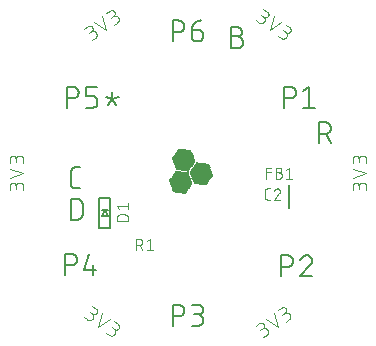
<source format=gbr>
G04 EAGLE Gerber RS-274X export*
G75*
%MOMM*%
%FSLAX34Y34*%
%LPD*%
%INSilkscreen Top*%
%IPPOS*%
%AMOC8*
5,1,8,0,0,1.08239X$1,22.5*%
G01*
%ADD10C,0.101600*%
%ADD11C,0.152400*%
%ADD12R,0.014731X0.014731*%
%ADD13R,0.147319X0.014731*%
%ADD14R,0.265175X0.014731*%
%ADD15R,0.383031X0.014731*%
%ADD16R,0.515619X0.014731*%
%ADD17R,0.633475X0.014731*%
%ADD18R,0.751331X0.014731*%
%ADD19R,0.883919X0.014731*%
%ADD20R,1.001775X0.014731*%
%ADD21R,1.119631X0.014731*%
%ADD22R,1.134363X0.014731*%
%ADD23R,1.149094X0.014731*%
%ADD24R,1.163825X0.014731*%
%ADD25R,1.178556X0.014731*%
%ADD26R,1.193288X0.014731*%
%ADD27R,1.222756X0.014731*%
%ADD28R,1.237488X0.014731*%
%ADD29R,1.266950X0.014731*%
%ADD30R,1.281681X0.014731*%
%ADD31R,1.311144X0.014731*%
%ADD32R,1.325881X0.014731*%
%ADD33R,1.355344X0.014731*%
%ADD34R,1.370075X0.014731*%
%ADD35R,1.384806X0.014731*%
%ADD36R,1.399538X0.014731*%
%ADD37R,1.414275X0.014731*%
%ADD38R,1.443738X0.014731*%
%ADD39R,1.458469X0.014731*%
%ADD40R,1.487931X0.014731*%
%ADD41R,1.502663X0.014731*%
%ADD42R,1.517394X0.014731*%
%ADD43R,1.532125X0.014731*%
%ADD44R,1.546856X0.014731*%
%ADD45R,1.576319X0.014731*%
%ADD46R,1.605788X0.014731*%
%ADD47R,1.620519X0.014731*%
%ADD48R,1.649981X0.014731*%
%ADD49R,1.664713X0.014731*%
%ADD50R,1.694175X0.014731*%
%ADD51R,1.708913X0.014731*%
%ADD52R,1.738375X0.014731*%
%ADD53R,1.753106X0.014731*%
%ADD54R,1.767838X0.014731*%
%ADD55R,1.782569X0.014731*%
%ADD56R,1.797306X0.014731*%
%ADD57R,0.117856X0.014731*%
%ADD58R,1.826769X0.014731*%
%ADD59R,0.235713X0.014731*%
%ADD60R,0.353569X0.014731*%
%ADD61R,1.856231X0.014731*%
%ADD62R,0.486156X0.014731*%
%ADD63R,1.870963X0.014731*%
%ADD64R,0.604013X0.014731*%
%ADD65R,0.721869X0.014731*%
%ADD66R,1.885694X0.014731*%
%ADD67R,0.839719X0.014731*%
%ADD68R,0.972306X0.014731*%
%ADD69R,1.090169X0.014731*%
%ADD70R,1.208025X0.014731*%
%ADD71R,1.252219X0.014731*%
%ADD72R,1.296412X0.014731*%
%ADD73R,1.340612X0.014731*%
%ADD74R,1.826763X0.014731*%
%ADD75R,1.414269X0.014731*%
%ADD76R,1.812031X0.014731*%
%ADD77R,1.429000X0.014731*%
%ADD78R,1.458462X0.014731*%
%ADD79R,1.473200X0.014731*%
%ADD80R,1.723644X0.014731*%
%ADD81R,1.694181X0.014731*%
%ADD82R,1.679450X0.014731*%
%ADD83R,1.561594X0.014731*%
%ADD84R,1.576325X0.014731*%
%ADD85R,1.591056X0.014731*%
%ADD86R,1.635250X0.014731*%
%ADD87R,1.561588X0.014731*%
%ADD88R,1.443731X0.014731*%
%ADD89R,1.797300X0.014731*%
%ADD90R,1.841500X0.014731*%
%ADD91R,1.311150X0.014731*%
%ADD92R,1.296419X0.014731*%
%ADD93R,1.193294X0.014731*%
%ADD94R,0.957575X0.014731*%
%ADD95R,0.589281X0.014731*%
%ADD96R,0.471425X0.014731*%
%ADD97R,0.220975X0.014731*%
%ADD98R,1.812038X0.014731*%
%ADD99R,0.103119X0.014731*%
%ADD100R,0.029463X0.014731*%
%ADD101R,0.162050X0.014731*%
%ADD102R,0.397763X0.014731*%
%ADD103R,0.648206X0.014731*%
%ADD104R,1.679444X0.014731*%
%ADD105R,1.016506X0.014731*%
%ADD106R,1.104900X0.014731*%
%ADD107R,1.222750X0.014731*%
%ADD108R,1.429006X0.014731*%
%ADD109R,1.208019X0.014731*%
%ADD110R,0.987044X0.014731*%
%ADD111R,0.854456X0.014731*%
%ADD112R,0.618744X0.014731*%
%ADD113R,0.500888X0.014731*%
%ADD114R,0.368300X0.014731*%
%ADD115R,0.132587X0.014731*%
%ADD116R,1.664719X0.014731*%
%ADD117R,1.075438X0.014731*%
%ADD118R,0.942844X0.014731*%
%ADD119R,0.707131X0.014731*%
%ADD120R,0.456694X0.014731*%
%ADD121R,0.088388X0.014731*%
%ADD122C,0.076200*%
%ADD123C,0.127000*%


D10*
X403428Y475532D02*
X406086Y473670D01*
X406180Y473607D01*
X406276Y473547D01*
X406374Y473490D01*
X406474Y473437D01*
X406576Y473387D01*
X406680Y473341D01*
X406785Y473299D01*
X406891Y473260D01*
X406999Y473225D01*
X407108Y473194D01*
X407218Y473166D01*
X407329Y473143D01*
X407440Y473123D01*
X407552Y473107D01*
X407665Y473095D01*
X407778Y473087D01*
X407891Y473083D01*
X408005Y473083D01*
X408118Y473087D01*
X408231Y473095D01*
X408344Y473107D01*
X408456Y473123D01*
X408567Y473143D01*
X408678Y473166D01*
X408788Y473194D01*
X408897Y473225D01*
X409005Y473260D01*
X409111Y473299D01*
X409216Y473341D01*
X409320Y473387D01*
X409422Y473437D01*
X409522Y473490D01*
X409620Y473547D01*
X409716Y473607D01*
X409810Y473670D01*
X409901Y473737D01*
X409991Y473806D01*
X410078Y473879D01*
X410162Y473955D01*
X410243Y474034D01*
X410322Y474115D01*
X410398Y474199D01*
X410471Y474286D01*
X410540Y474376D01*
X410607Y474467D01*
X410670Y474561D01*
X410730Y474657D01*
X410787Y474755D01*
X410840Y474855D01*
X410890Y474957D01*
X410936Y475061D01*
X410978Y475166D01*
X411017Y475272D01*
X411052Y475380D01*
X411083Y475489D01*
X411111Y475599D01*
X411134Y475710D01*
X411154Y475821D01*
X411170Y475933D01*
X411182Y476046D01*
X411190Y476159D01*
X411194Y476272D01*
X411194Y476386D01*
X411190Y476499D01*
X411182Y476612D01*
X411170Y476725D01*
X411154Y476837D01*
X411134Y476948D01*
X411111Y477059D01*
X411083Y477169D01*
X411052Y477278D01*
X411017Y477386D01*
X410978Y477492D01*
X410936Y477597D01*
X410890Y477701D01*
X410840Y477803D01*
X410787Y477903D01*
X410730Y478001D01*
X410670Y478097D01*
X410607Y478191D01*
X410540Y478282D01*
X410471Y478372D01*
X410398Y478459D01*
X410322Y478543D01*
X410243Y478624D01*
X410162Y478703D01*
X410078Y478779D01*
X409991Y478852D01*
X409902Y478921D01*
X409810Y478988D01*
X413320Y482869D02*
X410129Y485103D01*
X413319Y482869D02*
X413400Y482809D01*
X413479Y482747D01*
X413556Y482681D01*
X413630Y482613D01*
X413701Y482542D01*
X413769Y482468D01*
X413835Y482391D01*
X413897Y482312D01*
X413957Y482231D01*
X414013Y482147D01*
X414066Y482062D01*
X414115Y481974D01*
X414161Y481885D01*
X414204Y481793D01*
X414243Y481700D01*
X414278Y481606D01*
X414310Y481511D01*
X414338Y481414D01*
X414362Y481316D01*
X414382Y481218D01*
X414399Y481118D01*
X414411Y481018D01*
X414420Y480918D01*
X414425Y480818D01*
X414426Y480717D01*
X414423Y480616D01*
X414416Y480516D01*
X414405Y480416D01*
X414391Y480316D01*
X414372Y480217D01*
X414350Y480119D01*
X414324Y480022D01*
X414294Y479925D01*
X414261Y479831D01*
X414224Y479737D01*
X414183Y479645D01*
X414138Y479554D01*
X414091Y479466D01*
X414039Y479379D01*
X413985Y479295D01*
X413927Y479212D01*
X413866Y479132D01*
X413802Y479054D01*
X413735Y478979D01*
X413666Y478906D01*
X413593Y478837D01*
X413518Y478770D01*
X413440Y478706D01*
X413360Y478645D01*
X413277Y478587D01*
X413193Y478533D01*
X413106Y478481D01*
X413018Y478434D01*
X412927Y478389D01*
X412835Y478348D01*
X412741Y478311D01*
X412647Y478278D01*
X412550Y478248D01*
X412453Y478222D01*
X412355Y478200D01*
X412256Y478181D01*
X412156Y478167D01*
X412056Y478156D01*
X411956Y478149D01*
X411855Y478146D01*
X411754Y478147D01*
X411654Y478152D01*
X411554Y478161D01*
X411454Y478173D01*
X411354Y478190D01*
X411256Y478210D01*
X411158Y478234D01*
X411061Y478262D01*
X410966Y478294D01*
X410872Y478329D01*
X410779Y478368D01*
X410687Y478411D01*
X410598Y478457D01*
X410510Y478506D01*
X410425Y478559D01*
X410341Y478615D01*
X408214Y480105D01*
X418960Y478919D02*
X415449Y467114D01*
X425341Y474452D01*
X422153Y462420D02*
X424812Y460558D01*
X424906Y460495D01*
X425002Y460435D01*
X425100Y460378D01*
X425200Y460325D01*
X425302Y460275D01*
X425406Y460229D01*
X425511Y460187D01*
X425617Y460148D01*
X425725Y460113D01*
X425834Y460082D01*
X425944Y460054D01*
X426055Y460031D01*
X426166Y460011D01*
X426278Y459995D01*
X426391Y459983D01*
X426504Y459975D01*
X426617Y459971D01*
X426731Y459971D01*
X426844Y459975D01*
X426957Y459983D01*
X427070Y459995D01*
X427182Y460011D01*
X427293Y460031D01*
X427404Y460054D01*
X427514Y460082D01*
X427623Y460113D01*
X427731Y460148D01*
X427837Y460187D01*
X427942Y460229D01*
X428046Y460275D01*
X428148Y460325D01*
X428248Y460378D01*
X428346Y460435D01*
X428442Y460495D01*
X428536Y460558D01*
X428627Y460625D01*
X428717Y460694D01*
X428804Y460767D01*
X428888Y460843D01*
X428969Y460922D01*
X429048Y461003D01*
X429124Y461087D01*
X429197Y461174D01*
X429266Y461264D01*
X429333Y461355D01*
X429396Y461449D01*
X429456Y461545D01*
X429513Y461643D01*
X429566Y461743D01*
X429616Y461845D01*
X429662Y461949D01*
X429704Y462054D01*
X429743Y462160D01*
X429778Y462268D01*
X429809Y462377D01*
X429837Y462487D01*
X429860Y462598D01*
X429880Y462709D01*
X429896Y462821D01*
X429908Y462934D01*
X429916Y463047D01*
X429920Y463160D01*
X429920Y463274D01*
X429916Y463387D01*
X429908Y463500D01*
X429896Y463613D01*
X429880Y463725D01*
X429860Y463836D01*
X429837Y463947D01*
X429809Y464057D01*
X429778Y464166D01*
X429743Y464274D01*
X429704Y464380D01*
X429662Y464485D01*
X429616Y464589D01*
X429566Y464691D01*
X429513Y464791D01*
X429456Y464889D01*
X429396Y464985D01*
X429333Y465079D01*
X429266Y465170D01*
X429197Y465260D01*
X429124Y465347D01*
X429048Y465431D01*
X428969Y465512D01*
X428888Y465591D01*
X428804Y465667D01*
X428717Y465740D01*
X428628Y465809D01*
X428536Y465876D01*
X432045Y469757D02*
X428855Y471991D01*
X432045Y469757D02*
X432126Y469697D01*
X432205Y469635D01*
X432282Y469569D01*
X432356Y469501D01*
X432427Y469430D01*
X432495Y469356D01*
X432561Y469279D01*
X432623Y469200D01*
X432683Y469119D01*
X432739Y469035D01*
X432792Y468950D01*
X432841Y468862D01*
X432887Y468773D01*
X432930Y468681D01*
X432969Y468588D01*
X433004Y468494D01*
X433036Y468399D01*
X433064Y468302D01*
X433088Y468204D01*
X433108Y468106D01*
X433125Y468006D01*
X433137Y467906D01*
X433146Y467806D01*
X433151Y467706D01*
X433152Y467605D01*
X433149Y467504D01*
X433142Y467404D01*
X433131Y467304D01*
X433117Y467204D01*
X433098Y467105D01*
X433076Y467007D01*
X433050Y466910D01*
X433020Y466813D01*
X432987Y466719D01*
X432950Y466625D01*
X432909Y466533D01*
X432864Y466442D01*
X432817Y466354D01*
X432765Y466267D01*
X432711Y466183D01*
X432653Y466100D01*
X432592Y466020D01*
X432528Y465942D01*
X432461Y465867D01*
X432392Y465794D01*
X432319Y465725D01*
X432244Y465658D01*
X432166Y465594D01*
X432086Y465533D01*
X432003Y465475D01*
X431919Y465421D01*
X431832Y465369D01*
X431744Y465322D01*
X431653Y465277D01*
X431561Y465236D01*
X431467Y465199D01*
X431373Y465166D01*
X431276Y465136D01*
X431179Y465110D01*
X431081Y465088D01*
X430982Y465069D01*
X430882Y465055D01*
X430782Y465044D01*
X430682Y465037D01*
X430581Y465034D01*
X430480Y465035D01*
X430380Y465040D01*
X430280Y465049D01*
X430180Y465061D01*
X430080Y465078D01*
X429982Y465098D01*
X429884Y465122D01*
X429787Y465150D01*
X429692Y465182D01*
X429598Y465217D01*
X429505Y465256D01*
X429413Y465299D01*
X429324Y465345D01*
X429236Y465394D01*
X429151Y465447D01*
X429067Y465503D01*
X426940Y466993D01*
X497242Y334770D02*
X497242Y331524D01*
X497242Y334770D02*
X497240Y334883D01*
X497234Y334996D01*
X497224Y335109D01*
X497210Y335222D01*
X497193Y335334D01*
X497171Y335445D01*
X497146Y335555D01*
X497116Y335665D01*
X497083Y335773D01*
X497046Y335880D01*
X497006Y335986D01*
X496961Y336090D01*
X496913Y336193D01*
X496862Y336294D01*
X496807Y336393D01*
X496749Y336490D01*
X496687Y336585D01*
X496622Y336678D01*
X496554Y336768D01*
X496483Y336856D01*
X496408Y336942D01*
X496331Y337025D01*
X496251Y337105D01*
X496168Y337182D01*
X496082Y337257D01*
X495994Y337328D01*
X495904Y337396D01*
X495811Y337461D01*
X495716Y337523D01*
X495619Y337581D01*
X495520Y337636D01*
X495419Y337687D01*
X495316Y337735D01*
X495212Y337780D01*
X495106Y337820D01*
X494999Y337857D01*
X494891Y337890D01*
X494781Y337920D01*
X494671Y337945D01*
X494560Y337967D01*
X494448Y337984D01*
X494335Y337998D01*
X494222Y338008D01*
X494109Y338014D01*
X493996Y338016D01*
X493883Y338014D01*
X493770Y338008D01*
X493657Y337998D01*
X493544Y337984D01*
X493432Y337967D01*
X493321Y337945D01*
X493211Y337920D01*
X493101Y337890D01*
X492993Y337857D01*
X492886Y337820D01*
X492780Y337780D01*
X492676Y337735D01*
X492573Y337687D01*
X492472Y337636D01*
X492373Y337581D01*
X492276Y337523D01*
X492181Y337461D01*
X492088Y337396D01*
X491998Y337328D01*
X491910Y337257D01*
X491824Y337182D01*
X491741Y337105D01*
X491661Y337025D01*
X491584Y336942D01*
X491509Y336856D01*
X491438Y336768D01*
X491370Y336678D01*
X491305Y336585D01*
X491243Y336490D01*
X491185Y336393D01*
X491130Y336294D01*
X491079Y336193D01*
X491031Y336090D01*
X490986Y335986D01*
X490946Y335880D01*
X490909Y335773D01*
X490876Y335665D01*
X490846Y335555D01*
X490821Y335445D01*
X490799Y335334D01*
X490782Y335222D01*
X490768Y335109D01*
X490758Y334996D01*
X490752Y334883D01*
X490750Y334770D01*
X485558Y335419D02*
X485558Y331524D01*
X485558Y335419D02*
X485560Y335520D01*
X485566Y335620D01*
X485576Y335720D01*
X485589Y335820D01*
X485607Y335919D01*
X485628Y336018D01*
X485653Y336115D01*
X485682Y336212D01*
X485715Y336307D01*
X485751Y336401D01*
X485791Y336493D01*
X485834Y336584D01*
X485881Y336673D01*
X485931Y336760D01*
X485985Y336846D01*
X486042Y336929D01*
X486102Y337009D01*
X486165Y337088D01*
X486232Y337164D01*
X486301Y337237D01*
X486373Y337307D01*
X486447Y337375D01*
X486524Y337440D01*
X486604Y337501D01*
X486686Y337560D01*
X486770Y337615D01*
X486856Y337667D01*
X486944Y337716D01*
X487034Y337761D01*
X487126Y337803D01*
X487219Y337841D01*
X487314Y337875D01*
X487409Y337906D01*
X487506Y337933D01*
X487604Y337956D01*
X487703Y337976D01*
X487803Y337991D01*
X487903Y338003D01*
X488003Y338011D01*
X488104Y338015D01*
X488204Y338015D01*
X488305Y338011D01*
X488405Y338003D01*
X488505Y337991D01*
X488605Y337976D01*
X488704Y337956D01*
X488802Y337933D01*
X488899Y337906D01*
X488994Y337875D01*
X489089Y337841D01*
X489182Y337803D01*
X489274Y337761D01*
X489364Y337716D01*
X489452Y337667D01*
X489538Y337615D01*
X489622Y337560D01*
X489704Y337501D01*
X489784Y337440D01*
X489861Y337375D01*
X489935Y337307D01*
X490007Y337237D01*
X490076Y337164D01*
X490143Y337088D01*
X490206Y337009D01*
X490266Y336929D01*
X490323Y336846D01*
X490377Y336760D01*
X490427Y336673D01*
X490474Y336584D01*
X490517Y336493D01*
X490557Y336401D01*
X490593Y336307D01*
X490626Y336212D01*
X490655Y336115D01*
X490680Y336018D01*
X490701Y335919D01*
X490719Y335820D01*
X490732Y335720D01*
X490742Y335620D01*
X490748Y335520D01*
X490750Y335419D01*
X490751Y335419D02*
X490751Y332823D01*
X485558Y342305D02*
X497242Y346200D01*
X485558Y350095D01*
X497242Y354384D02*
X497242Y357630D01*
X497240Y357743D01*
X497234Y357856D01*
X497224Y357969D01*
X497210Y358082D01*
X497193Y358194D01*
X497171Y358305D01*
X497146Y358415D01*
X497116Y358525D01*
X497083Y358633D01*
X497046Y358740D01*
X497006Y358846D01*
X496961Y358950D01*
X496913Y359053D01*
X496862Y359154D01*
X496807Y359253D01*
X496749Y359350D01*
X496687Y359445D01*
X496622Y359538D01*
X496554Y359628D01*
X496483Y359716D01*
X496408Y359802D01*
X496331Y359885D01*
X496251Y359965D01*
X496168Y360042D01*
X496082Y360117D01*
X495994Y360188D01*
X495904Y360256D01*
X495811Y360321D01*
X495716Y360383D01*
X495619Y360441D01*
X495520Y360496D01*
X495419Y360547D01*
X495316Y360595D01*
X495212Y360640D01*
X495106Y360680D01*
X494999Y360717D01*
X494891Y360750D01*
X494781Y360780D01*
X494671Y360805D01*
X494560Y360827D01*
X494448Y360844D01*
X494335Y360858D01*
X494222Y360868D01*
X494109Y360874D01*
X493996Y360876D01*
X493883Y360874D01*
X493770Y360868D01*
X493657Y360858D01*
X493544Y360844D01*
X493432Y360827D01*
X493321Y360805D01*
X493211Y360780D01*
X493101Y360750D01*
X492993Y360717D01*
X492886Y360680D01*
X492780Y360640D01*
X492676Y360595D01*
X492573Y360547D01*
X492472Y360496D01*
X492373Y360441D01*
X492276Y360383D01*
X492181Y360321D01*
X492088Y360256D01*
X491998Y360188D01*
X491910Y360117D01*
X491824Y360042D01*
X491741Y359965D01*
X491661Y359885D01*
X491584Y359802D01*
X491509Y359716D01*
X491438Y359628D01*
X491370Y359538D01*
X491305Y359445D01*
X491243Y359350D01*
X491185Y359253D01*
X491130Y359154D01*
X491079Y359053D01*
X491031Y358950D01*
X490986Y358846D01*
X490946Y358740D01*
X490909Y358633D01*
X490876Y358525D01*
X490846Y358415D01*
X490821Y358305D01*
X490799Y358194D01*
X490782Y358082D01*
X490768Y357969D01*
X490758Y357856D01*
X490752Y357743D01*
X490750Y357630D01*
X485558Y358279D02*
X485558Y354384D01*
X485558Y358279D02*
X485560Y358380D01*
X485566Y358480D01*
X485576Y358580D01*
X485589Y358680D01*
X485607Y358779D01*
X485628Y358878D01*
X485653Y358975D01*
X485682Y359072D01*
X485715Y359167D01*
X485751Y359261D01*
X485791Y359353D01*
X485834Y359444D01*
X485881Y359533D01*
X485931Y359620D01*
X485985Y359706D01*
X486042Y359789D01*
X486102Y359869D01*
X486165Y359948D01*
X486232Y360024D01*
X486301Y360097D01*
X486373Y360167D01*
X486447Y360235D01*
X486524Y360300D01*
X486604Y360361D01*
X486686Y360420D01*
X486770Y360475D01*
X486856Y360527D01*
X486944Y360576D01*
X487034Y360621D01*
X487126Y360663D01*
X487219Y360701D01*
X487314Y360735D01*
X487409Y360766D01*
X487506Y360793D01*
X487604Y360816D01*
X487703Y360836D01*
X487803Y360851D01*
X487903Y360863D01*
X488003Y360871D01*
X488104Y360875D01*
X488204Y360875D01*
X488305Y360871D01*
X488405Y360863D01*
X488505Y360851D01*
X488605Y360836D01*
X488704Y360816D01*
X488802Y360793D01*
X488899Y360766D01*
X488994Y360735D01*
X489089Y360701D01*
X489182Y360663D01*
X489274Y360621D01*
X489364Y360576D01*
X489452Y360527D01*
X489538Y360475D01*
X489622Y360420D01*
X489704Y360361D01*
X489784Y360300D01*
X489861Y360235D01*
X489935Y360167D01*
X490007Y360097D01*
X490076Y360024D01*
X490143Y359948D01*
X490206Y359869D01*
X490266Y359789D01*
X490323Y359706D01*
X490377Y359620D01*
X490427Y359533D01*
X490474Y359444D01*
X490517Y359353D01*
X490557Y359261D01*
X490593Y359167D01*
X490626Y359072D01*
X490655Y358975D01*
X490680Y358878D01*
X490701Y358779D01*
X490719Y358680D01*
X490732Y358580D01*
X490742Y358480D01*
X490748Y358380D01*
X490750Y358279D01*
X490751Y358279D02*
X490751Y355683D01*
X412788Y209159D02*
X410129Y207297D01*
X412788Y209158D02*
X412879Y209225D01*
X412969Y209294D01*
X413056Y209367D01*
X413140Y209443D01*
X413221Y209522D01*
X413300Y209603D01*
X413376Y209687D01*
X413449Y209774D01*
X413518Y209864D01*
X413585Y209955D01*
X413648Y210049D01*
X413708Y210145D01*
X413765Y210243D01*
X413818Y210343D01*
X413868Y210445D01*
X413914Y210549D01*
X413956Y210654D01*
X413995Y210760D01*
X414030Y210868D01*
X414061Y210977D01*
X414089Y211087D01*
X414112Y211198D01*
X414132Y211309D01*
X414148Y211421D01*
X414160Y211534D01*
X414168Y211647D01*
X414172Y211760D01*
X414172Y211874D01*
X414168Y211987D01*
X414160Y212100D01*
X414148Y212213D01*
X414132Y212325D01*
X414112Y212436D01*
X414089Y212547D01*
X414061Y212657D01*
X414030Y212766D01*
X413995Y212874D01*
X413956Y212980D01*
X413914Y213085D01*
X413868Y213189D01*
X413818Y213291D01*
X413765Y213391D01*
X413708Y213489D01*
X413648Y213585D01*
X413585Y213679D01*
X413518Y213770D01*
X413449Y213860D01*
X413376Y213947D01*
X413300Y214031D01*
X413221Y214112D01*
X413140Y214191D01*
X413056Y214267D01*
X412969Y214340D01*
X412880Y214409D01*
X412788Y214476D01*
X412694Y214539D01*
X412598Y214599D01*
X412500Y214656D01*
X412400Y214709D01*
X412298Y214759D01*
X412194Y214805D01*
X412089Y214847D01*
X411983Y214886D01*
X411875Y214921D01*
X411766Y214952D01*
X411656Y214980D01*
X411545Y215003D01*
X411434Y215023D01*
X411322Y215039D01*
X411209Y215051D01*
X411096Y215059D01*
X410983Y215063D01*
X410869Y215063D01*
X410756Y215059D01*
X410643Y215051D01*
X410530Y215039D01*
X410418Y215023D01*
X410307Y215003D01*
X410196Y214980D01*
X410086Y214952D01*
X409977Y214921D01*
X409869Y214886D01*
X409763Y214847D01*
X409658Y214805D01*
X409554Y214759D01*
X409452Y214709D01*
X409352Y214656D01*
X409254Y214599D01*
X409158Y214539D01*
X409064Y214476D01*
X406618Y219102D02*
X403428Y216868D01*
X406618Y219102D02*
X406702Y219158D01*
X406787Y219211D01*
X406875Y219260D01*
X406964Y219306D01*
X407056Y219349D01*
X407149Y219388D01*
X407243Y219423D01*
X407338Y219455D01*
X407435Y219483D01*
X407533Y219507D01*
X407631Y219527D01*
X407731Y219544D01*
X407831Y219556D01*
X407931Y219565D01*
X408032Y219570D01*
X408132Y219571D01*
X408233Y219568D01*
X408333Y219561D01*
X408433Y219550D01*
X408533Y219536D01*
X408632Y219517D01*
X408730Y219495D01*
X408827Y219469D01*
X408924Y219439D01*
X409019Y219406D01*
X409112Y219369D01*
X409204Y219328D01*
X409295Y219283D01*
X409383Y219236D01*
X409470Y219184D01*
X409554Y219130D01*
X409637Y219072D01*
X409717Y219011D01*
X409795Y218947D01*
X409870Y218880D01*
X409943Y218811D01*
X410012Y218738D01*
X410079Y218663D01*
X410143Y218585D01*
X410204Y218505D01*
X410262Y218422D01*
X410316Y218338D01*
X410368Y218251D01*
X410415Y218163D01*
X410460Y218072D01*
X410501Y217980D01*
X410538Y217886D01*
X410571Y217792D01*
X410601Y217695D01*
X410627Y217598D01*
X410649Y217500D01*
X410668Y217401D01*
X410682Y217301D01*
X410693Y217201D01*
X410700Y217101D01*
X410703Y217000D01*
X410702Y216900D01*
X410697Y216799D01*
X410688Y216699D01*
X410676Y216599D01*
X410659Y216499D01*
X410639Y216401D01*
X410615Y216303D01*
X410587Y216206D01*
X410555Y216111D01*
X410520Y216017D01*
X410481Y215924D01*
X410438Y215832D01*
X410392Y215743D01*
X410343Y215655D01*
X410290Y215570D01*
X410234Y215486D01*
X410174Y215405D01*
X410112Y215326D01*
X410046Y215249D01*
X409978Y215175D01*
X409907Y215104D01*
X409833Y215036D01*
X409756Y214970D01*
X409677Y214908D01*
X409596Y214848D01*
X407470Y213359D01*
X412259Y223052D02*
X422151Y215714D01*
X418639Y227519D01*
X428855Y220409D02*
X431514Y222270D01*
X431605Y222337D01*
X431695Y222406D01*
X431782Y222479D01*
X431866Y222555D01*
X431947Y222634D01*
X432026Y222715D01*
X432102Y222799D01*
X432175Y222886D01*
X432244Y222976D01*
X432311Y223067D01*
X432374Y223161D01*
X432434Y223257D01*
X432491Y223355D01*
X432544Y223455D01*
X432594Y223557D01*
X432640Y223661D01*
X432682Y223766D01*
X432721Y223872D01*
X432756Y223980D01*
X432787Y224089D01*
X432815Y224199D01*
X432838Y224310D01*
X432858Y224421D01*
X432874Y224533D01*
X432886Y224646D01*
X432894Y224759D01*
X432898Y224872D01*
X432898Y224986D01*
X432894Y225099D01*
X432886Y225212D01*
X432874Y225325D01*
X432858Y225437D01*
X432838Y225548D01*
X432815Y225659D01*
X432787Y225769D01*
X432756Y225878D01*
X432721Y225986D01*
X432682Y226092D01*
X432640Y226197D01*
X432594Y226301D01*
X432544Y226403D01*
X432491Y226503D01*
X432434Y226601D01*
X432374Y226697D01*
X432311Y226791D01*
X432244Y226882D01*
X432175Y226972D01*
X432102Y227059D01*
X432026Y227143D01*
X431947Y227224D01*
X431866Y227303D01*
X431782Y227379D01*
X431695Y227452D01*
X431606Y227521D01*
X431514Y227588D01*
X431420Y227651D01*
X431324Y227711D01*
X431226Y227768D01*
X431126Y227821D01*
X431024Y227871D01*
X430920Y227917D01*
X430815Y227959D01*
X430709Y227998D01*
X430601Y228033D01*
X430492Y228064D01*
X430382Y228092D01*
X430271Y228115D01*
X430160Y228135D01*
X430048Y228151D01*
X429935Y228163D01*
X429822Y228171D01*
X429709Y228175D01*
X429595Y228175D01*
X429482Y228171D01*
X429369Y228163D01*
X429256Y228151D01*
X429144Y228135D01*
X429033Y228115D01*
X428922Y228092D01*
X428812Y228064D01*
X428703Y228033D01*
X428595Y227998D01*
X428489Y227959D01*
X428384Y227917D01*
X428280Y227871D01*
X428178Y227821D01*
X428078Y227768D01*
X427980Y227711D01*
X427884Y227651D01*
X427790Y227588D01*
X425344Y232214D02*
X422153Y229980D01*
X425344Y232214D02*
X425428Y232270D01*
X425513Y232323D01*
X425601Y232372D01*
X425690Y232418D01*
X425782Y232461D01*
X425875Y232500D01*
X425969Y232535D01*
X426064Y232567D01*
X426161Y232595D01*
X426259Y232619D01*
X426357Y232639D01*
X426457Y232656D01*
X426557Y232668D01*
X426657Y232677D01*
X426758Y232682D01*
X426858Y232683D01*
X426959Y232680D01*
X427059Y232673D01*
X427159Y232662D01*
X427259Y232648D01*
X427358Y232629D01*
X427456Y232607D01*
X427553Y232581D01*
X427650Y232551D01*
X427745Y232518D01*
X427838Y232481D01*
X427930Y232440D01*
X428021Y232395D01*
X428109Y232348D01*
X428196Y232296D01*
X428280Y232242D01*
X428363Y232184D01*
X428443Y232123D01*
X428521Y232059D01*
X428596Y231992D01*
X428669Y231923D01*
X428738Y231850D01*
X428805Y231775D01*
X428869Y231697D01*
X428930Y231617D01*
X428988Y231534D01*
X429042Y231450D01*
X429094Y231363D01*
X429141Y231275D01*
X429186Y231184D01*
X429227Y231092D01*
X429264Y230998D01*
X429297Y230904D01*
X429327Y230807D01*
X429353Y230710D01*
X429375Y230612D01*
X429394Y230513D01*
X429408Y230413D01*
X429419Y230313D01*
X429426Y230213D01*
X429429Y230112D01*
X429428Y230012D01*
X429423Y229911D01*
X429414Y229811D01*
X429402Y229711D01*
X429385Y229611D01*
X429365Y229513D01*
X429341Y229415D01*
X429313Y229318D01*
X429281Y229223D01*
X429246Y229129D01*
X429207Y229036D01*
X429164Y228944D01*
X429118Y228855D01*
X429069Y228767D01*
X429016Y228682D01*
X428960Y228598D01*
X428900Y228517D01*
X428838Y228438D01*
X428772Y228361D01*
X428704Y228287D01*
X428633Y228216D01*
X428559Y228148D01*
X428482Y228082D01*
X428403Y228020D01*
X428322Y227960D01*
X426195Y226471D01*
X260886Y222270D02*
X258228Y224132D01*
X260886Y222270D02*
X260980Y222207D01*
X261076Y222147D01*
X261174Y222090D01*
X261274Y222037D01*
X261376Y221987D01*
X261480Y221941D01*
X261585Y221899D01*
X261691Y221860D01*
X261799Y221825D01*
X261908Y221794D01*
X262018Y221766D01*
X262129Y221743D01*
X262240Y221723D01*
X262352Y221707D01*
X262465Y221695D01*
X262578Y221687D01*
X262691Y221683D01*
X262805Y221683D01*
X262918Y221687D01*
X263031Y221695D01*
X263144Y221707D01*
X263256Y221723D01*
X263367Y221743D01*
X263478Y221766D01*
X263588Y221794D01*
X263697Y221825D01*
X263805Y221860D01*
X263911Y221899D01*
X264016Y221941D01*
X264120Y221987D01*
X264222Y222037D01*
X264322Y222090D01*
X264420Y222147D01*
X264516Y222207D01*
X264610Y222270D01*
X264701Y222337D01*
X264791Y222406D01*
X264878Y222479D01*
X264962Y222555D01*
X265043Y222634D01*
X265122Y222715D01*
X265198Y222799D01*
X265271Y222886D01*
X265340Y222976D01*
X265407Y223067D01*
X265470Y223161D01*
X265530Y223257D01*
X265587Y223355D01*
X265640Y223455D01*
X265690Y223557D01*
X265736Y223661D01*
X265778Y223766D01*
X265817Y223872D01*
X265852Y223980D01*
X265883Y224089D01*
X265911Y224199D01*
X265934Y224310D01*
X265954Y224421D01*
X265970Y224533D01*
X265982Y224646D01*
X265990Y224759D01*
X265994Y224872D01*
X265994Y224986D01*
X265990Y225099D01*
X265982Y225212D01*
X265970Y225325D01*
X265954Y225437D01*
X265934Y225548D01*
X265911Y225659D01*
X265883Y225769D01*
X265852Y225878D01*
X265817Y225986D01*
X265778Y226092D01*
X265736Y226197D01*
X265690Y226301D01*
X265640Y226403D01*
X265587Y226503D01*
X265530Y226601D01*
X265470Y226697D01*
X265407Y226791D01*
X265340Y226882D01*
X265271Y226972D01*
X265198Y227059D01*
X265122Y227143D01*
X265043Y227224D01*
X264962Y227303D01*
X264878Y227379D01*
X264791Y227452D01*
X264702Y227521D01*
X264610Y227588D01*
X268120Y231469D02*
X264929Y233703D01*
X268119Y231469D02*
X268200Y231409D01*
X268279Y231347D01*
X268356Y231281D01*
X268430Y231213D01*
X268501Y231142D01*
X268569Y231068D01*
X268635Y230991D01*
X268697Y230912D01*
X268757Y230831D01*
X268813Y230747D01*
X268866Y230662D01*
X268915Y230574D01*
X268961Y230485D01*
X269004Y230393D01*
X269043Y230300D01*
X269078Y230206D01*
X269110Y230111D01*
X269138Y230014D01*
X269162Y229916D01*
X269182Y229818D01*
X269199Y229718D01*
X269211Y229618D01*
X269220Y229518D01*
X269225Y229418D01*
X269226Y229317D01*
X269223Y229216D01*
X269216Y229116D01*
X269205Y229016D01*
X269191Y228916D01*
X269172Y228817D01*
X269150Y228719D01*
X269124Y228622D01*
X269094Y228525D01*
X269061Y228431D01*
X269024Y228337D01*
X268983Y228245D01*
X268938Y228154D01*
X268891Y228066D01*
X268839Y227979D01*
X268785Y227895D01*
X268727Y227812D01*
X268666Y227732D01*
X268602Y227654D01*
X268535Y227579D01*
X268466Y227506D01*
X268393Y227437D01*
X268318Y227370D01*
X268240Y227306D01*
X268160Y227245D01*
X268077Y227187D01*
X267993Y227133D01*
X267906Y227081D01*
X267818Y227034D01*
X267727Y226989D01*
X267635Y226948D01*
X267541Y226911D01*
X267447Y226878D01*
X267350Y226848D01*
X267253Y226822D01*
X267155Y226800D01*
X267056Y226781D01*
X266956Y226767D01*
X266856Y226756D01*
X266756Y226749D01*
X266655Y226746D01*
X266554Y226747D01*
X266454Y226752D01*
X266354Y226761D01*
X266254Y226773D01*
X266154Y226790D01*
X266056Y226810D01*
X265958Y226834D01*
X265861Y226862D01*
X265766Y226894D01*
X265672Y226929D01*
X265579Y226968D01*
X265487Y227011D01*
X265398Y227057D01*
X265310Y227106D01*
X265225Y227159D01*
X265141Y227215D01*
X263014Y228705D01*
X273760Y227519D02*
X270249Y215714D01*
X280141Y223052D01*
X276953Y211020D02*
X279612Y209158D01*
X279706Y209095D01*
X279802Y209035D01*
X279900Y208978D01*
X280000Y208925D01*
X280102Y208875D01*
X280206Y208829D01*
X280311Y208787D01*
X280417Y208748D01*
X280525Y208713D01*
X280634Y208682D01*
X280744Y208654D01*
X280855Y208631D01*
X280966Y208611D01*
X281078Y208595D01*
X281191Y208583D01*
X281304Y208575D01*
X281417Y208571D01*
X281531Y208571D01*
X281644Y208575D01*
X281757Y208583D01*
X281870Y208595D01*
X281982Y208611D01*
X282093Y208631D01*
X282204Y208654D01*
X282314Y208682D01*
X282423Y208713D01*
X282531Y208748D01*
X282637Y208787D01*
X282742Y208829D01*
X282846Y208875D01*
X282948Y208925D01*
X283048Y208978D01*
X283146Y209035D01*
X283242Y209095D01*
X283336Y209158D01*
X283427Y209225D01*
X283517Y209294D01*
X283604Y209367D01*
X283688Y209443D01*
X283769Y209522D01*
X283848Y209603D01*
X283924Y209687D01*
X283997Y209774D01*
X284066Y209864D01*
X284133Y209955D01*
X284196Y210049D01*
X284256Y210145D01*
X284313Y210243D01*
X284366Y210343D01*
X284416Y210445D01*
X284462Y210549D01*
X284504Y210654D01*
X284543Y210760D01*
X284578Y210868D01*
X284609Y210977D01*
X284637Y211087D01*
X284660Y211198D01*
X284680Y211309D01*
X284696Y211421D01*
X284708Y211534D01*
X284716Y211647D01*
X284720Y211760D01*
X284720Y211874D01*
X284716Y211987D01*
X284708Y212100D01*
X284696Y212213D01*
X284680Y212325D01*
X284660Y212436D01*
X284637Y212547D01*
X284609Y212657D01*
X284578Y212766D01*
X284543Y212874D01*
X284504Y212980D01*
X284462Y213085D01*
X284416Y213189D01*
X284366Y213291D01*
X284313Y213391D01*
X284256Y213489D01*
X284196Y213585D01*
X284133Y213679D01*
X284066Y213770D01*
X283997Y213860D01*
X283924Y213947D01*
X283848Y214031D01*
X283769Y214112D01*
X283688Y214191D01*
X283604Y214267D01*
X283517Y214340D01*
X283428Y214409D01*
X283336Y214476D01*
X286845Y218357D02*
X283655Y220591D01*
X286845Y218357D02*
X286926Y218297D01*
X287005Y218235D01*
X287082Y218169D01*
X287156Y218101D01*
X287227Y218030D01*
X287295Y217956D01*
X287361Y217879D01*
X287423Y217800D01*
X287483Y217719D01*
X287539Y217635D01*
X287592Y217550D01*
X287641Y217462D01*
X287687Y217373D01*
X287730Y217281D01*
X287769Y217188D01*
X287804Y217094D01*
X287836Y216999D01*
X287864Y216902D01*
X287888Y216804D01*
X287908Y216706D01*
X287925Y216606D01*
X287937Y216506D01*
X287946Y216406D01*
X287951Y216306D01*
X287952Y216205D01*
X287949Y216104D01*
X287942Y216004D01*
X287931Y215904D01*
X287917Y215804D01*
X287898Y215705D01*
X287876Y215607D01*
X287850Y215510D01*
X287820Y215413D01*
X287787Y215319D01*
X287750Y215225D01*
X287709Y215133D01*
X287664Y215042D01*
X287617Y214954D01*
X287565Y214867D01*
X287511Y214783D01*
X287453Y214700D01*
X287392Y214620D01*
X287328Y214542D01*
X287261Y214467D01*
X287192Y214394D01*
X287119Y214325D01*
X287044Y214258D01*
X286966Y214194D01*
X286886Y214133D01*
X286803Y214075D01*
X286719Y214021D01*
X286632Y213969D01*
X286544Y213922D01*
X286453Y213877D01*
X286361Y213836D01*
X286267Y213799D01*
X286173Y213766D01*
X286076Y213736D01*
X285979Y213710D01*
X285881Y213688D01*
X285782Y213669D01*
X285682Y213655D01*
X285582Y213644D01*
X285482Y213637D01*
X285381Y213634D01*
X285280Y213635D01*
X285180Y213640D01*
X285080Y213649D01*
X284980Y213661D01*
X284880Y213678D01*
X284782Y213698D01*
X284684Y213722D01*
X284587Y213750D01*
X284492Y213782D01*
X284398Y213817D01*
X284305Y213856D01*
X284213Y213899D01*
X284124Y213945D01*
X284036Y213994D01*
X283951Y214047D01*
X283867Y214103D01*
X281740Y215593D01*
X206842Y331524D02*
X206842Y334770D01*
X206840Y334883D01*
X206834Y334996D01*
X206824Y335109D01*
X206810Y335222D01*
X206793Y335334D01*
X206771Y335445D01*
X206746Y335555D01*
X206716Y335665D01*
X206683Y335773D01*
X206646Y335880D01*
X206606Y335986D01*
X206561Y336090D01*
X206513Y336193D01*
X206462Y336294D01*
X206407Y336393D01*
X206349Y336490D01*
X206287Y336585D01*
X206222Y336678D01*
X206154Y336768D01*
X206083Y336856D01*
X206008Y336942D01*
X205931Y337025D01*
X205851Y337105D01*
X205768Y337182D01*
X205682Y337257D01*
X205594Y337328D01*
X205504Y337396D01*
X205411Y337461D01*
X205316Y337523D01*
X205219Y337581D01*
X205120Y337636D01*
X205019Y337687D01*
X204916Y337735D01*
X204812Y337780D01*
X204706Y337820D01*
X204599Y337857D01*
X204491Y337890D01*
X204381Y337920D01*
X204271Y337945D01*
X204160Y337967D01*
X204048Y337984D01*
X203935Y337998D01*
X203822Y338008D01*
X203709Y338014D01*
X203596Y338016D01*
X203483Y338014D01*
X203370Y338008D01*
X203257Y337998D01*
X203144Y337984D01*
X203032Y337967D01*
X202921Y337945D01*
X202811Y337920D01*
X202701Y337890D01*
X202593Y337857D01*
X202486Y337820D01*
X202380Y337780D01*
X202276Y337735D01*
X202173Y337687D01*
X202072Y337636D01*
X201973Y337581D01*
X201876Y337523D01*
X201781Y337461D01*
X201688Y337396D01*
X201598Y337328D01*
X201510Y337257D01*
X201424Y337182D01*
X201341Y337105D01*
X201261Y337025D01*
X201184Y336942D01*
X201109Y336856D01*
X201038Y336768D01*
X200970Y336678D01*
X200905Y336585D01*
X200843Y336490D01*
X200785Y336393D01*
X200730Y336294D01*
X200679Y336193D01*
X200631Y336090D01*
X200586Y335986D01*
X200546Y335880D01*
X200509Y335773D01*
X200476Y335665D01*
X200446Y335555D01*
X200421Y335445D01*
X200399Y335334D01*
X200382Y335222D01*
X200368Y335109D01*
X200358Y334996D01*
X200352Y334883D01*
X200350Y334770D01*
X195158Y335419D02*
X195158Y331524D01*
X195158Y335419D02*
X195160Y335520D01*
X195166Y335620D01*
X195176Y335720D01*
X195189Y335820D01*
X195207Y335919D01*
X195228Y336018D01*
X195253Y336115D01*
X195282Y336212D01*
X195315Y336307D01*
X195351Y336401D01*
X195391Y336493D01*
X195434Y336584D01*
X195481Y336673D01*
X195531Y336760D01*
X195585Y336846D01*
X195642Y336929D01*
X195702Y337009D01*
X195765Y337088D01*
X195832Y337164D01*
X195901Y337237D01*
X195973Y337307D01*
X196047Y337375D01*
X196124Y337440D01*
X196204Y337501D01*
X196286Y337560D01*
X196370Y337615D01*
X196456Y337667D01*
X196544Y337716D01*
X196634Y337761D01*
X196726Y337803D01*
X196819Y337841D01*
X196914Y337875D01*
X197009Y337906D01*
X197106Y337933D01*
X197204Y337956D01*
X197303Y337976D01*
X197403Y337991D01*
X197503Y338003D01*
X197603Y338011D01*
X197704Y338015D01*
X197804Y338015D01*
X197905Y338011D01*
X198005Y338003D01*
X198105Y337991D01*
X198205Y337976D01*
X198304Y337956D01*
X198402Y337933D01*
X198499Y337906D01*
X198594Y337875D01*
X198689Y337841D01*
X198782Y337803D01*
X198874Y337761D01*
X198964Y337716D01*
X199052Y337667D01*
X199138Y337615D01*
X199222Y337560D01*
X199304Y337501D01*
X199384Y337440D01*
X199461Y337375D01*
X199535Y337307D01*
X199607Y337237D01*
X199676Y337164D01*
X199743Y337088D01*
X199806Y337009D01*
X199866Y336929D01*
X199923Y336846D01*
X199977Y336760D01*
X200027Y336673D01*
X200074Y336584D01*
X200117Y336493D01*
X200157Y336401D01*
X200193Y336307D01*
X200226Y336212D01*
X200255Y336115D01*
X200280Y336018D01*
X200301Y335919D01*
X200319Y335820D01*
X200332Y335720D01*
X200342Y335620D01*
X200348Y335520D01*
X200350Y335419D01*
X200351Y335419D02*
X200351Y332823D01*
X195158Y342305D02*
X206842Y346200D01*
X195158Y350095D01*
X206842Y354384D02*
X206842Y357630D01*
X206840Y357743D01*
X206834Y357856D01*
X206824Y357969D01*
X206810Y358082D01*
X206793Y358194D01*
X206771Y358305D01*
X206746Y358415D01*
X206716Y358525D01*
X206683Y358633D01*
X206646Y358740D01*
X206606Y358846D01*
X206561Y358950D01*
X206513Y359053D01*
X206462Y359154D01*
X206407Y359253D01*
X206349Y359350D01*
X206287Y359445D01*
X206222Y359538D01*
X206154Y359628D01*
X206083Y359716D01*
X206008Y359802D01*
X205931Y359885D01*
X205851Y359965D01*
X205768Y360042D01*
X205682Y360117D01*
X205594Y360188D01*
X205504Y360256D01*
X205411Y360321D01*
X205316Y360383D01*
X205219Y360441D01*
X205120Y360496D01*
X205019Y360547D01*
X204916Y360595D01*
X204812Y360640D01*
X204706Y360680D01*
X204599Y360717D01*
X204491Y360750D01*
X204381Y360780D01*
X204271Y360805D01*
X204160Y360827D01*
X204048Y360844D01*
X203935Y360858D01*
X203822Y360868D01*
X203709Y360874D01*
X203596Y360876D01*
X203483Y360874D01*
X203370Y360868D01*
X203257Y360858D01*
X203144Y360844D01*
X203032Y360827D01*
X202921Y360805D01*
X202811Y360780D01*
X202701Y360750D01*
X202593Y360717D01*
X202486Y360680D01*
X202380Y360640D01*
X202276Y360595D01*
X202173Y360547D01*
X202072Y360496D01*
X201973Y360441D01*
X201876Y360383D01*
X201781Y360321D01*
X201688Y360256D01*
X201598Y360188D01*
X201510Y360117D01*
X201424Y360042D01*
X201341Y359965D01*
X201261Y359885D01*
X201184Y359802D01*
X201109Y359716D01*
X201038Y359628D01*
X200970Y359538D01*
X200905Y359445D01*
X200843Y359350D01*
X200785Y359253D01*
X200730Y359154D01*
X200679Y359053D01*
X200631Y358950D01*
X200586Y358846D01*
X200546Y358740D01*
X200509Y358633D01*
X200476Y358525D01*
X200446Y358415D01*
X200421Y358305D01*
X200399Y358194D01*
X200382Y358082D01*
X200368Y357969D01*
X200358Y357856D01*
X200352Y357743D01*
X200350Y357630D01*
X195158Y358279D02*
X195158Y354384D01*
X195158Y358279D02*
X195160Y358380D01*
X195166Y358480D01*
X195176Y358580D01*
X195189Y358680D01*
X195207Y358779D01*
X195228Y358878D01*
X195253Y358975D01*
X195282Y359072D01*
X195315Y359167D01*
X195351Y359261D01*
X195391Y359353D01*
X195434Y359444D01*
X195481Y359533D01*
X195531Y359620D01*
X195585Y359706D01*
X195642Y359789D01*
X195702Y359869D01*
X195765Y359948D01*
X195832Y360024D01*
X195901Y360097D01*
X195973Y360167D01*
X196047Y360235D01*
X196124Y360300D01*
X196204Y360361D01*
X196286Y360420D01*
X196370Y360475D01*
X196456Y360527D01*
X196544Y360576D01*
X196634Y360621D01*
X196726Y360663D01*
X196819Y360701D01*
X196914Y360735D01*
X197009Y360766D01*
X197106Y360793D01*
X197204Y360816D01*
X197303Y360836D01*
X197403Y360851D01*
X197503Y360863D01*
X197603Y360871D01*
X197704Y360875D01*
X197804Y360875D01*
X197905Y360871D01*
X198005Y360863D01*
X198105Y360851D01*
X198205Y360836D01*
X198304Y360816D01*
X198402Y360793D01*
X198499Y360766D01*
X198594Y360735D01*
X198689Y360701D01*
X198782Y360663D01*
X198874Y360621D01*
X198964Y360576D01*
X199052Y360527D01*
X199138Y360475D01*
X199222Y360420D01*
X199304Y360361D01*
X199384Y360300D01*
X199461Y360235D01*
X199535Y360167D01*
X199607Y360097D01*
X199676Y360024D01*
X199743Y359948D01*
X199806Y359869D01*
X199866Y359789D01*
X199923Y359706D01*
X199977Y359620D01*
X200027Y359533D01*
X200074Y359444D01*
X200117Y359353D01*
X200157Y359261D01*
X200193Y359167D01*
X200226Y359072D01*
X200255Y358975D01*
X200280Y358878D01*
X200301Y358779D01*
X200319Y358680D01*
X200332Y358580D01*
X200342Y358480D01*
X200348Y358380D01*
X200350Y358279D01*
X200351Y358279D02*
X200351Y355683D01*
X264929Y458697D02*
X267588Y460559D01*
X267588Y460558D02*
X267679Y460625D01*
X267769Y460694D01*
X267856Y460767D01*
X267940Y460843D01*
X268021Y460922D01*
X268100Y461003D01*
X268176Y461087D01*
X268249Y461174D01*
X268318Y461264D01*
X268385Y461355D01*
X268448Y461449D01*
X268508Y461545D01*
X268565Y461643D01*
X268618Y461743D01*
X268668Y461845D01*
X268714Y461949D01*
X268756Y462054D01*
X268795Y462160D01*
X268830Y462268D01*
X268861Y462377D01*
X268889Y462487D01*
X268912Y462598D01*
X268932Y462709D01*
X268948Y462821D01*
X268960Y462934D01*
X268968Y463047D01*
X268972Y463160D01*
X268972Y463274D01*
X268968Y463387D01*
X268960Y463500D01*
X268948Y463613D01*
X268932Y463725D01*
X268912Y463836D01*
X268889Y463947D01*
X268861Y464057D01*
X268830Y464166D01*
X268795Y464274D01*
X268756Y464380D01*
X268714Y464485D01*
X268668Y464589D01*
X268618Y464691D01*
X268565Y464791D01*
X268508Y464889D01*
X268448Y464985D01*
X268385Y465079D01*
X268318Y465170D01*
X268249Y465260D01*
X268176Y465347D01*
X268100Y465431D01*
X268021Y465512D01*
X267940Y465591D01*
X267856Y465667D01*
X267769Y465740D01*
X267680Y465809D01*
X267588Y465876D01*
X267494Y465939D01*
X267398Y465999D01*
X267300Y466056D01*
X267200Y466109D01*
X267098Y466159D01*
X266994Y466205D01*
X266889Y466247D01*
X266783Y466286D01*
X266675Y466321D01*
X266566Y466352D01*
X266456Y466380D01*
X266345Y466403D01*
X266234Y466423D01*
X266122Y466439D01*
X266009Y466451D01*
X265896Y466459D01*
X265783Y466463D01*
X265669Y466463D01*
X265556Y466459D01*
X265443Y466451D01*
X265330Y466439D01*
X265218Y466423D01*
X265107Y466403D01*
X264996Y466380D01*
X264886Y466352D01*
X264777Y466321D01*
X264669Y466286D01*
X264563Y466247D01*
X264458Y466205D01*
X264354Y466159D01*
X264252Y466109D01*
X264152Y466056D01*
X264054Y465999D01*
X263958Y465939D01*
X263864Y465876D01*
X261418Y470502D02*
X258228Y468268D01*
X261418Y470502D02*
X261502Y470558D01*
X261587Y470611D01*
X261675Y470660D01*
X261764Y470706D01*
X261856Y470749D01*
X261949Y470788D01*
X262043Y470823D01*
X262138Y470855D01*
X262235Y470883D01*
X262333Y470907D01*
X262431Y470927D01*
X262531Y470944D01*
X262631Y470956D01*
X262731Y470965D01*
X262832Y470970D01*
X262932Y470971D01*
X263033Y470968D01*
X263133Y470961D01*
X263233Y470950D01*
X263333Y470936D01*
X263432Y470917D01*
X263530Y470895D01*
X263627Y470869D01*
X263724Y470839D01*
X263819Y470806D01*
X263912Y470769D01*
X264004Y470728D01*
X264095Y470683D01*
X264183Y470636D01*
X264270Y470584D01*
X264354Y470530D01*
X264437Y470472D01*
X264517Y470411D01*
X264595Y470347D01*
X264670Y470280D01*
X264743Y470211D01*
X264812Y470138D01*
X264879Y470063D01*
X264943Y469985D01*
X265004Y469905D01*
X265062Y469822D01*
X265116Y469738D01*
X265168Y469651D01*
X265215Y469563D01*
X265260Y469472D01*
X265301Y469380D01*
X265338Y469286D01*
X265371Y469192D01*
X265401Y469095D01*
X265427Y468998D01*
X265449Y468900D01*
X265468Y468801D01*
X265482Y468701D01*
X265493Y468601D01*
X265500Y468501D01*
X265503Y468400D01*
X265502Y468300D01*
X265497Y468199D01*
X265488Y468099D01*
X265476Y467999D01*
X265459Y467899D01*
X265439Y467801D01*
X265415Y467703D01*
X265387Y467606D01*
X265355Y467511D01*
X265320Y467417D01*
X265281Y467324D01*
X265238Y467232D01*
X265192Y467143D01*
X265143Y467055D01*
X265090Y466970D01*
X265034Y466886D01*
X264974Y466805D01*
X264912Y466726D01*
X264846Y466649D01*
X264778Y466575D01*
X264707Y466504D01*
X264633Y466436D01*
X264556Y466370D01*
X264477Y466308D01*
X264396Y466248D01*
X262270Y464759D01*
X267059Y474452D02*
X276951Y467114D01*
X273439Y478919D01*
X283655Y471809D02*
X286314Y473670D01*
X286405Y473737D01*
X286495Y473806D01*
X286582Y473879D01*
X286666Y473955D01*
X286747Y474034D01*
X286826Y474115D01*
X286902Y474199D01*
X286975Y474286D01*
X287044Y474376D01*
X287111Y474467D01*
X287174Y474561D01*
X287234Y474657D01*
X287291Y474755D01*
X287344Y474855D01*
X287394Y474957D01*
X287440Y475061D01*
X287482Y475166D01*
X287521Y475272D01*
X287556Y475380D01*
X287587Y475489D01*
X287615Y475599D01*
X287638Y475710D01*
X287658Y475821D01*
X287674Y475933D01*
X287686Y476046D01*
X287694Y476159D01*
X287698Y476272D01*
X287698Y476386D01*
X287694Y476499D01*
X287686Y476612D01*
X287674Y476725D01*
X287658Y476837D01*
X287638Y476948D01*
X287615Y477059D01*
X287587Y477169D01*
X287556Y477278D01*
X287521Y477386D01*
X287482Y477492D01*
X287440Y477597D01*
X287394Y477701D01*
X287344Y477803D01*
X287291Y477903D01*
X287234Y478001D01*
X287174Y478097D01*
X287111Y478191D01*
X287044Y478282D01*
X286975Y478372D01*
X286902Y478459D01*
X286826Y478543D01*
X286747Y478624D01*
X286666Y478703D01*
X286582Y478779D01*
X286495Y478852D01*
X286406Y478921D01*
X286314Y478988D01*
X286220Y479051D01*
X286124Y479111D01*
X286026Y479168D01*
X285926Y479221D01*
X285824Y479271D01*
X285720Y479317D01*
X285615Y479359D01*
X285509Y479398D01*
X285401Y479433D01*
X285292Y479464D01*
X285182Y479492D01*
X285071Y479515D01*
X284960Y479535D01*
X284848Y479551D01*
X284735Y479563D01*
X284622Y479571D01*
X284509Y479575D01*
X284395Y479575D01*
X284282Y479571D01*
X284169Y479563D01*
X284056Y479551D01*
X283944Y479535D01*
X283833Y479515D01*
X283722Y479492D01*
X283612Y479464D01*
X283503Y479433D01*
X283395Y479398D01*
X283289Y479359D01*
X283184Y479317D01*
X283080Y479271D01*
X282978Y479221D01*
X282878Y479168D01*
X282780Y479111D01*
X282684Y479051D01*
X282590Y478988D01*
X280144Y483614D02*
X276953Y481380D01*
X280144Y483614D02*
X280228Y483670D01*
X280313Y483723D01*
X280401Y483772D01*
X280490Y483818D01*
X280582Y483861D01*
X280675Y483900D01*
X280769Y483935D01*
X280864Y483967D01*
X280961Y483995D01*
X281059Y484019D01*
X281157Y484039D01*
X281257Y484056D01*
X281357Y484068D01*
X281457Y484077D01*
X281558Y484082D01*
X281658Y484083D01*
X281759Y484080D01*
X281859Y484073D01*
X281959Y484062D01*
X282059Y484048D01*
X282158Y484029D01*
X282256Y484007D01*
X282353Y483981D01*
X282450Y483951D01*
X282545Y483918D01*
X282638Y483881D01*
X282730Y483840D01*
X282821Y483795D01*
X282909Y483748D01*
X282996Y483696D01*
X283080Y483642D01*
X283163Y483584D01*
X283243Y483523D01*
X283321Y483459D01*
X283396Y483392D01*
X283469Y483323D01*
X283538Y483250D01*
X283605Y483175D01*
X283669Y483097D01*
X283730Y483017D01*
X283788Y482934D01*
X283842Y482850D01*
X283894Y482763D01*
X283941Y482675D01*
X283986Y482584D01*
X284027Y482492D01*
X284064Y482398D01*
X284097Y482304D01*
X284127Y482207D01*
X284153Y482110D01*
X284175Y482012D01*
X284194Y481913D01*
X284208Y481813D01*
X284219Y481713D01*
X284226Y481613D01*
X284229Y481512D01*
X284228Y481412D01*
X284223Y481311D01*
X284214Y481211D01*
X284202Y481111D01*
X284185Y481011D01*
X284165Y480913D01*
X284141Y480815D01*
X284113Y480718D01*
X284081Y480623D01*
X284046Y480529D01*
X284007Y480436D01*
X283964Y480344D01*
X283918Y480255D01*
X283869Y480167D01*
X283816Y480082D01*
X283760Y479998D01*
X283700Y479917D01*
X283638Y479838D01*
X283572Y479761D01*
X283504Y479687D01*
X283433Y479616D01*
X283359Y479548D01*
X283282Y479482D01*
X283203Y479420D01*
X283122Y479360D01*
X280995Y477871D01*
D11*
X427854Y419510D02*
X427854Y401730D01*
X427854Y419510D02*
X432793Y419510D01*
X432933Y419508D01*
X433072Y419502D01*
X433212Y419492D01*
X433351Y419478D01*
X433490Y419461D01*
X433628Y419439D01*
X433765Y419413D01*
X433902Y419384D01*
X434038Y419351D01*
X434172Y419314D01*
X434306Y419273D01*
X434438Y419228D01*
X434570Y419179D01*
X434699Y419127D01*
X434827Y419072D01*
X434954Y419012D01*
X435079Y418949D01*
X435202Y418883D01*
X435323Y418813D01*
X435442Y418740D01*
X435559Y418663D01*
X435673Y418583D01*
X435786Y418500D01*
X435896Y418414D01*
X436003Y418324D01*
X436108Y418232D01*
X436210Y418137D01*
X436310Y418039D01*
X436407Y417938D01*
X436501Y417834D01*
X436591Y417728D01*
X436679Y417619D01*
X436764Y417508D01*
X436845Y417394D01*
X436924Y417279D01*
X436999Y417161D01*
X437070Y417041D01*
X437138Y416918D01*
X437203Y416795D01*
X437264Y416669D01*
X437322Y416541D01*
X437376Y416413D01*
X437426Y416282D01*
X437473Y416150D01*
X437516Y416017D01*
X437555Y415883D01*
X437590Y415748D01*
X437621Y415612D01*
X437649Y415474D01*
X437672Y415337D01*
X437692Y415198D01*
X437708Y415059D01*
X437720Y414920D01*
X437728Y414781D01*
X437732Y414641D01*
X437732Y414501D01*
X437728Y414361D01*
X437720Y414222D01*
X437708Y414083D01*
X437692Y413944D01*
X437672Y413805D01*
X437649Y413668D01*
X437621Y413530D01*
X437590Y413394D01*
X437555Y413259D01*
X437516Y413125D01*
X437473Y412992D01*
X437426Y412860D01*
X437376Y412729D01*
X437322Y412601D01*
X437264Y412473D01*
X437203Y412347D01*
X437138Y412224D01*
X437070Y412102D01*
X436999Y411981D01*
X436924Y411863D01*
X436845Y411748D01*
X436764Y411634D01*
X436679Y411523D01*
X436591Y411414D01*
X436501Y411308D01*
X436407Y411204D01*
X436310Y411103D01*
X436210Y411005D01*
X436108Y410910D01*
X436003Y410818D01*
X435896Y410728D01*
X435786Y410642D01*
X435673Y410559D01*
X435559Y410479D01*
X435442Y410402D01*
X435323Y410329D01*
X435202Y410259D01*
X435079Y410193D01*
X434954Y410130D01*
X434827Y410070D01*
X434699Y410015D01*
X434570Y409963D01*
X434438Y409914D01*
X434306Y409869D01*
X434172Y409828D01*
X434038Y409791D01*
X433902Y409758D01*
X433765Y409729D01*
X433628Y409703D01*
X433490Y409681D01*
X433351Y409664D01*
X433212Y409650D01*
X433072Y409640D01*
X432933Y409634D01*
X432793Y409632D01*
X427854Y409632D01*
X443849Y415559D02*
X448788Y419510D01*
X448788Y401730D01*
X453726Y401730D02*
X443849Y401730D01*
X425314Y276700D02*
X425314Y258920D01*
X425314Y276700D02*
X430253Y276700D01*
X430393Y276698D01*
X430532Y276692D01*
X430672Y276682D01*
X430811Y276668D01*
X430950Y276651D01*
X431088Y276629D01*
X431225Y276603D01*
X431362Y276574D01*
X431498Y276541D01*
X431632Y276504D01*
X431766Y276463D01*
X431898Y276418D01*
X432030Y276369D01*
X432159Y276317D01*
X432287Y276262D01*
X432414Y276202D01*
X432539Y276139D01*
X432662Y276073D01*
X432783Y276003D01*
X432902Y275930D01*
X433019Y275853D01*
X433133Y275773D01*
X433246Y275690D01*
X433356Y275604D01*
X433463Y275514D01*
X433568Y275422D01*
X433670Y275327D01*
X433770Y275229D01*
X433867Y275128D01*
X433961Y275024D01*
X434051Y274918D01*
X434139Y274809D01*
X434224Y274698D01*
X434305Y274584D01*
X434384Y274469D01*
X434459Y274351D01*
X434530Y274231D01*
X434598Y274108D01*
X434663Y273985D01*
X434724Y273859D01*
X434782Y273731D01*
X434836Y273603D01*
X434886Y273472D01*
X434933Y273340D01*
X434976Y273207D01*
X435015Y273073D01*
X435050Y272938D01*
X435081Y272802D01*
X435109Y272664D01*
X435132Y272527D01*
X435152Y272388D01*
X435168Y272249D01*
X435180Y272110D01*
X435188Y271971D01*
X435192Y271831D01*
X435192Y271691D01*
X435188Y271551D01*
X435180Y271412D01*
X435168Y271273D01*
X435152Y271134D01*
X435132Y270995D01*
X435109Y270858D01*
X435081Y270720D01*
X435050Y270584D01*
X435015Y270449D01*
X434976Y270315D01*
X434933Y270182D01*
X434886Y270050D01*
X434836Y269919D01*
X434782Y269791D01*
X434724Y269663D01*
X434663Y269537D01*
X434598Y269414D01*
X434530Y269292D01*
X434459Y269171D01*
X434384Y269053D01*
X434305Y268938D01*
X434224Y268824D01*
X434139Y268713D01*
X434051Y268604D01*
X433961Y268498D01*
X433867Y268394D01*
X433770Y268293D01*
X433670Y268195D01*
X433568Y268100D01*
X433463Y268008D01*
X433356Y267918D01*
X433246Y267832D01*
X433133Y267749D01*
X433019Y267669D01*
X432902Y267592D01*
X432783Y267519D01*
X432662Y267449D01*
X432539Y267383D01*
X432414Y267320D01*
X432287Y267260D01*
X432159Y267205D01*
X432030Y267153D01*
X431898Y267104D01*
X431766Y267059D01*
X431632Y267018D01*
X431498Y266981D01*
X431362Y266948D01*
X431225Y266919D01*
X431088Y266893D01*
X430950Y266871D01*
X430811Y266854D01*
X430672Y266840D01*
X430532Y266830D01*
X430393Y266824D01*
X430253Y266822D01*
X425314Y266822D01*
X446741Y276700D02*
X446873Y276698D01*
X447004Y276692D01*
X447136Y276682D01*
X447267Y276669D01*
X447397Y276651D01*
X447527Y276630D01*
X447657Y276605D01*
X447785Y276576D01*
X447913Y276543D01*
X448039Y276506D01*
X448165Y276466D01*
X448289Y276422D01*
X448412Y276374D01*
X448533Y276323D01*
X448653Y276268D01*
X448771Y276210D01*
X448887Y276148D01*
X449001Y276082D01*
X449114Y276014D01*
X449224Y275942D01*
X449332Y275867D01*
X449438Y275788D01*
X449542Y275707D01*
X449643Y275622D01*
X449741Y275535D01*
X449837Y275444D01*
X449930Y275351D01*
X450021Y275255D01*
X450108Y275157D01*
X450193Y275056D01*
X450274Y274952D01*
X450353Y274846D01*
X450428Y274738D01*
X450500Y274628D01*
X450568Y274515D01*
X450634Y274401D01*
X450696Y274285D01*
X450754Y274167D01*
X450809Y274047D01*
X450860Y273926D01*
X450908Y273803D01*
X450952Y273679D01*
X450992Y273553D01*
X451029Y273427D01*
X451062Y273299D01*
X451091Y273171D01*
X451116Y273041D01*
X451137Y272911D01*
X451155Y272781D01*
X451168Y272650D01*
X451178Y272518D01*
X451184Y272387D01*
X451186Y272255D01*
X446741Y276700D02*
X446591Y276698D01*
X446442Y276692D01*
X446293Y276682D01*
X446144Y276669D01*
X445995Y276651D01*
X445847Y276630D01*
X445699Y276604D01*
X445553Y276575D01*
X445407Y276542D01*
X445262Y276505D01*
X445118Y276464D01*
X444975Y276420D01*
X444833Y276372D01*
X444693Y276320D01*
X444554Y276265D01*
X444416Y276206D01*
X444281Y276143D01*
X444146Y276077D01*
X444014Y276007D01*
X443884Y275934D01*
X443755Y275857D01*
X443628Y275777D01*
X443504Y275694D01*
X443382Y275608D01*
X443262Y275518D01*
X443145Y275425D01*
X443030Y275330D01*
X442917Y275231D01*
X442807Y275129D01*
X442700Y275025D01*
X442596Y274918D01*
X442494Y274808D01*
X442396Y274695D01*
X442300Y274580D01*
X442208Y274462D01*
X442118Y274342D01*
X442032Y274220D01*
X441949Y274096D01*
X441869Y273969D01*
X441793Y273841D01*
X441720Y273710D01*
X441650Y273577D01*
X441584Y273443D01*
X441522Y273307D01*
X441463Y273170D01*
X441407Y273031D01*
X441356Y272890D01*
X441308Y272749D01*
X449704Y268798D02*
X449800Y268891D01*
X449892Y268987D01*
X449982Y269086D01*
X450069Y269187D01*
X450154Y269290D01*
X450235Y269395D01*
X450313Y269503D01*
X450388Y269613D01*
X450461Y269725D01*
X450530Y269839D01*
X450596Y269955D01*
X450658Y270073D01*
X450717Y270192D01*
X450773Y270313D01*
X450826Y270436D01*
X450875Y270560D01*
X450920Y270685D01*
X450963Y270812D01*
X451001Y270939D01*
X451036Y271068D01*
X451067Y271197D01*
X451095Y271328D01*
X451119Y271459D01*
X451140Y271591D01*
X451156Y271723D01*
X451169Y271856D01*
X451179Y271989D01*
X451184Y272122D01*
X451186Y272255D01*
X449705Y268798D02*
X441309Y258920D01*
X451186Y258920D01*
X333264Y234760D02*
X333264Y216980D01*
X333264Y234760D02*
X338203Y234760D01*
X338343Y234758D01*
X338482Y234752D01*
X338622Y234742D01*
X338761Y234728D01*
X338900Y234711D01*
X339038Y234689D01*
X339175Y234663D01*
X339312Y234634D01*
X339448Y234601D01*
X339582Y234564D01*
X339716Y234523D01*
X339848Y234478D01*
X339980Y234429D01*
X340109Y234377D01*
X340237Y234322D01*
X340364Y234262D01*
X340489Y234199D01*
X340612Y234133D01*
X340733Y234063D01*
X340852Y233990D01*
X340969Y233913D01*
X341083Y233833D01*
X341196Y233750D01*
X341306Y233664D01*
X341413Y233574D01*
X341518Y233482D01*
X341620Y233387D01*
X341720Y233289D01*
X341817Y233188D01*
X341911Y233084D01*
X342001Y232978D01*
X342089Y232869D01*
X342174Y232758D01*
X342255Y232644D01*
X342334Y232529D01*
X342409Y232411D01*
X342480Y232291D01*
X342548Y232168D01*
X342613Y232045D01*
X342674Y231919D01*
X342732Y231791D01*
X342786Y231663D01*
X342836Y231532D01*
X342883Y231400D01*
X342926Y231267D01*
X342965Y231133D01*
X343000Y230998D01*
X343031Y230862D01*
X343059Y230724D01*
X343082Y230587D01*
X343102Y230448D01*
X343118Y230309D01*
X343130Y230170D01*
X343138Y230031D01*
X343142Y229891D01*
X343142Y229751D01*
X343138Y229611D01*
X343130Y229472D01*
X343118Y229333D01*
X343102Y229194D01*
X343082Y229055D01*
X343059Y228918D01*
X343031Y228780D01*
X343000Y228644D01*
X342965Y228509D01*
X342926Y228375D01*
X342883Y228242D01*
X342836Y228110D01*
X342786Y227979D01*
X342732Y227851D01*
X342674Y227723D01*
X342613Y227597D01*
X342548Y227474D01*
X342480Y227352D01*
X342409Y227231D01*
X342334Y227113D01*
X342255Y226998D01*
X342174Y226884D01*
X342089Y226773D01*
X342001Y226664D01*
X341911Y226558D01*
X341817Y226454D01*
X341720Y226353D01*
X341620Y226255D01*
X341518Y226160D01*
X341413Y226068D01*
X341306Y225978D01*
X341196Y225892D01*
X341083Y225809D01*
X340969Y225729D01*
X340852Y225652D01*
X340733Y225579D01*
X340612Y225509D01*
X340489Y225443D01*
X340364Y225380D01*
X340237Y225320D01*
X340109Y225265D01*
X339980Y225213D01*
X339848Y225164D01*
X339716Y225119D01*
X339582Y225078D01*
X339448Y225041D01*
X339312Y225008D01*
X339175Y224979D01*
X339038Y224953D01*
X338900Y224931D01*
X338761Y224914D01*
X338622Y224900D01*
X338482Y224890D01*
X338343Y224884D01*
X338203Y224882D01*
X333264Y224882D01*
X349259Y216980D02*
X354198Y216980D01*
X354338Y216982D01*
X354477Y216988D01*
X354617Y216998D01*
X354756Y217012D01*
X354895Y217029D01*
X355033Y217051D01*
X355170Y217077D01*
X355307Y217106D01*
X355443Y217139D01*
X355577Y217176D01*
X355711Y217217D01*
X355843Y217262D01*
X355975Y217311D01*
X356104Y217363D01*
X356232Y217418D01*
X356359Y217478D01*
X356484Y217541D01*
X356607Y217607D01*
X356728Y217677D01*
X356847Y217750D01*
X356964Y217827D01*
X357078Y217907D01*
X357191Y217990D01*
X357301Y218076D01*
X357408Y218166D01*
X357513Y218258D01*
X357615Y218353D01*
X357715Y218451D01*
X357812Y218552D01*
X357906Y218656D01*
X357996Y218762D01*
X358084Y218871D01*
X358169Y218982D01*
X358250Y219096D01*
X358329Y219211D01*
X358404Y219329D01*
X358475Y219450D01*
X358543Y219572D01*
X358608Y219695D01*
X358669Y219821D01*
X358727Y219949D01*
X358781Y220077D01*
X358831Y220208D01*
X358878Y220340D01*
X358921Y220473D01*
X358960Y220607D01*
X358995Y220742D01*
X359026Y220878D01*
X359054Y221016D01*
X359077Y221153D01*
X359097Y221292D01*
X359113Y221431D01*
X359125Y221570D01*
X359133Y221709D01*
X359137Y221849D01*
X359137Y221989D01*
X359133Y222129D01*
X359125Y222268D01*
X359113Y222407D01*
X359097Y222546D01*
X359077Y222685D01*
X359054Y222822D01*
X359026Y222960D01*
X358995Y223096D01*
X358960Y223231D01*
X358921Y223365D01*
X358878Y223498D01*
X358831Y223630D01*
X358781Y223761D01*
X358727Y223889D01*
X358669Y224017D01*
X358608Y224143D01*
X358543Y224266D01*
X358475Y224389D01*
X358404Y224509D01*
X358329Y224627D01*
X358250Y224742D01*
X358169Y224856D01*
X358084Y224967D01*
X357996Y225076D01*
X357906Y225182D01*
X357812Y225286D01*
X357715Y225387D01*
X357615Y225485D01*
X357513Y225580D01*
X357408Y225672D01*
X357301Y225762D01*
X357191Y225848D01*
X357078Y225931D01*
X356964Y226011D01*
X356847Y226088D01*
X356728Y226161D01*
X356607Y226231D01*
X356484Y226297D01*
X356359Y226360D01*
X356232Y226420D01*
X356104Y226475D01*
X355975Y226527D01*
X355843Y226576D01*
X355711Y226621D01*
X355577Y226662D01*
X355443Y226699D01*
X355307Y226732D01*
X355170Y226761D01*
X355033Y226787D01*
X354895Y226809D01*
X354756Y226826D01*
X354617Y226840D01*
X354477Y226850D01*
X354338Y226856D01*
X354198Y226858D01*
X355185Y234760D02*
X349259Y234760D01*
X355185Y234760D02*
X355309Y234758D01*
X355433Y234752D01*
X355557Y234742D01*
X355680Y234729D01*
X355803Y234711D01*
X355925Y234690D01*
X356047Y234665D01*
X356168Y234636D01*
X356287Y234603D01*
X356406Y234567D01*
X356523Y234526D01*
X356639Y234483D01*
X356754Y234435D01*
X356867Y234384D01*
X356979Y234329D01*
X357088Y234271D01*
X357196Y234210D01*
X357302Y234145D01*
X357406Y234077D01*
X357507Y234005D01*
X357607Y233931D01*
X357703Y233853D01*
X357798Y233773D01*
X357890Y233689D01*
X357979Y233603D01*
X358065Y233514D01*
X358149Y233422D01*
X358229Y233327D01*
X358307Y233231D01*
X358381Y233131D01*
X358453Y233030D01*
X358521Y232926D01*
X358586Y232820D01*
X358647Y232712D01*
X358705Y232603D01*
X358760Y232491D01*
X358811Y232378D01*
X358859Y232263D01*
X358902Y232147D01*
X358943Y232030D01*
X358979Y231911D01*
X359012Y231792D01*
X359041Y231671D01*
X359066Y231549D01*
X359087Y231427D01*
X359105Y231304D01*
X359118Y231181D01*
X359128Y231057D01*
X359134Y230933D01*
X359136Y230809D01*
X359134Y230685D01*
X359128Y230561D01*
X359118Y230437D01*
X359105Y230314D01*
X359087Y230191D01*
X359066Y230069D01*
X359041Y229947D01*
X359012Y229826D01*
X358979Y229707D01*
X358943Y229588D01*
X358902Y229471D01*
X358859Y229355D01*
X358811Y229240D01*
X358760Y229127D01*
X358705Y229015D01*
X358647Y228906D01*
X358586Y228798D01*
X358521Y228692D01*
X358453Y228588D01*
X358381Y228487D01*
X358307Y228387D01*
X358229Y228291D01*
X358149Y228196D01*
X358065Y228104D01*
X357979Y228015D01*
X357890Y227929D01*
X357798Y227845D01*
X357703Y227765D01*
X357607Y227687D01*
X357507Y227613D01*
X357406Y227541D01*
X357302Y227473D01*
X357196Y227408D01*
X357088Y227347D01*
X356979Y227289D01*
X356867Y227234D01*
X356754Y227183D01*
X356639Y227135D01*
X356523Y227092D01*
X356406Y227051D01*
X356287Y227015D01*
X356168Y226982D01*
X356047Y226953D01*
X355925Y226928D01*
X355803Y226907D01*
X355680Y226889D01*
X355557Y226876D01*
X355433Y226866D01*
X355309Y226860D01*
X355185Y226858D01*
X351234Y226858D01*
X242484Y260190D02*
X242484Y277970D01*
X247423Y277970D01*
X247563Y277968D01*
X247702Y277962D01*
X247842Y277952D01*
X247981Y277938D01*
X248120Y277921D01*
X248258Y277899D01*
X248395Y277873D01*
X248532Y277844D01*
X248668Y277811D01*
X248802Y277774D01*
X248936Y277733D01*
X249068Y277688D01*
X249200Y277639D01*
X249329Y277587D01*
X249457Y277532D01*
X249584Y277472D01*
X249709Y277409D01*
X249832Y277343D01*
X249953Y277273D01*
X250072Y277200D01*
X250189Y277123D01*
X250303Y277043D01*
X250416Y276960D01*
X250526Y276874D01*
X250633Y276784D01*
X250738Y276692D01*
X250840Y276597D01*
X250940Y276499D01*
X251037Y276398D01*
X251131Y276294D01*
X251221Y276188D01*
X251309Y276079D01*
X251394Y275968D01*
X251475Y275854D01*
X251554Y275739D01*
X251629Y275621D01*
X251700Y275501D01*
X251768Y275378D01*
X251833Y275255D01*
X251894Y275129D01*
X251952Y275001D01*
X252006Y274873D01*
X252056Y274742D01*
X252103Y274610D01*
X252146Y274477D01*
X252185Y274343D01*
X252220Y274208D01*
X252251Y274072D01*
X252279Y273934D01*
X252302Y273797D01*
X252322Y273658D01*
X252338Y273519D01*
X252350Y273380D01*
X252358Y273241D01*
X252362Y273101D01*
X252362Y272961D01*
X252358Y272821D01*
X252350Y272682D01*
X252338Y272543D01*
X252322Y272404D01*
X252302Y272265D01*
X252279Y272128D01*
X252251Y271990D01*
X252220Y271854D01*
X252185Y271719D01*
X252146Y271585D01*
X252103Y271452D01*
X252056Y271320D01*
X252006Y271189D01*
X251952Y271061D01*
X251894Y270933D01*
X251833Y270807D01*
X251768Y270684D01*
X251700Y270562D01*
X251629Y270441D01*
X251554Y270323D01*
X251475Y270208D01*
X251394Y270094D01*
X251309Y269983D01*
X251221Y269874D01*
X251131Y269768D01*
X251037Y269664D01*
X250940Y269563D01*
X250840Y269465D01*
X250738Y269370D01*
X250633Y269278D01*
X250526Y269188D01*
X250416Y269102D01*
X250303Y269019D01*
X250189Y268939D01*
X250072Y268862D01*
X249953Y268789D01*
X249832Y268719D01*
X249709Y268653D01*
X249584Y268590D01*
X249457Y268530D01*
X249329Y268475D01*
X249200Y268423D01*
X249068Y268374D01*
X248936Y268329D01*
X248802Y268288D01*
X248668Y268251D01*
X248532Y268218D01*
X248395Y268189D01*
X248258Y268163D01*
X248120Y268141D01*
X247981Y268124D01*
X247842Y268110D01*
X247702Y268100D01*
X247563Y268094D01*
X247423Y268092D01*
X242484Y268092D01*
X258479Y264141D02*
X262430Y277970D01*
X258479Y264141D02*
X268356Y264141D01*
X265393Y268092D02*
X265393Y260190D01*
X243742Y401730D02*
X243742Y419510D01*
X248681Y419510D01*
X248821Y419508D01*
X248960Y419502D01*
X249100Y419492D01*
X249239Y419478D01*
X249378Y419461D01*
X249516Y419439D01*
X249653Y419413D01*
X249790Y419384D01*
X249926Y419351D01*
X250060Y419314D01*
X250194Y419273D01*
X250326Y419228D01*
X250458Y419179D01*
X250587Y419127D01*
X250715Y419072D01*
X250842Y419012D01*
X250967Y418949D01*
X251090Y418883D01*
X251211Y418813D01*
X251330Y418740D01*
X251447Y418663D01*
X251561Y418583D01*
X251674Y418500D01*
X251784Y418414D01*
X251891Y418324D01*
X251996Y418232D01*
X252098Y418137D01*
X252198Y418039D01*
X252295Y417938D01*
X252389Y417834D01*
X252479Y417728D01*
X252567Y417619D01*
X252652Y417508D01*
X252733Y417394D01*
X252812Y417279D01*
X252887Y417161D01*
X252958Y417041D01*
X253026Y416918D01*
X253091Y416795D01*
X253152Y416669D01*
X253210Y416541D01*
X253264Y416413D01*
X253314Y416282D01*
X253361Y416150D01*
X253404Y416017D01*
X253443Y415883D01*
X253478Y415748D01*
X253509Y415612D01*
X253537Y415474D01*
X253560Y415337D01*
X253580Y415198D01*
X253596Y415059D01*
X253608Y414920D01*
X253616Y414781D01*
X253620Y414641D01*
X253620Y414501D01*
X253616Y414361D01*
X253608Y414222D01*
X253596Y414083D01*
X253580Y413944D01*
X253560Y413805D01*
X253537Y413668D01*
X253509Y413530D01*
X253478Y413394D01*
X253443Y413259D01*
X253404Y413125D01*
X253361Y412992D01*
X253314Y412860D01*
X253264Y412729D01*
X253210Y412601D01*
X253152Y412473D01*
X253091Y412347D01*
X253026Y412224D01*
X252958Y412102D01*
X252887Y411981D01*
X252812Y411863D01*
X252733Y411748D01*
X252652Y411634D01*
X252567Y411523D01*
X252479Y411414D01*
X252389Y411308D01*
X252295Y411204D01*
X252198Y411103D01*
X252098Y411005D01*
X251996Y410910D01*
X251891Y410818D01*
X251784Y410728D01*
X251674Y410642D01*
X251561Y410559D01*
X251447Y410479D01*
X251330Y410402D01*
X251211Y410329D01*
X251090Y410259D01*
X250967Y410193D01*
X250842Y410130D01*
X250715Y410070D01*
X250587Y410015D01*
X250458Y409963D01*
X250326Y409914D01*
X250194Y409869D01*
X250060Y409828D01*
X249926Y409791D01*
X249790Y409758D01*
X249653Y409729D01*
X249516Y409703D01*
X249378Y409681D01*
X249239Y409664D01*
X249100Y409650D01*
X248960Y409640D01*
X248821Y409634D01*
X248681Y409632D01*
X243742Y409632D01*
X259737Y401730D02*
X265664Y401730D01*
X265788Y401732D01*
X265912Y401738D01*
X266036Y401748D01*
X266159Y401761D01*
X266282Y401779D01*
X266404Y401800D01*
X266526Y401825D01*
X266647Y401854D01*
X266766Y401887D01*
X266885Y401923D01*
X267002Y401964D01*
X267118Y402007D01*
X267233Y402055D01*
X267346Y402106D01*
X267458Y402161D01*
X267567Y402219D01*
X267675Y402280D01*
X267781Y402345D01*
X267885Y402413D01*
X267986Y402485D01*
X268086Y402559D01*
X268182Y402637D01*
X268277Y402717D01*
X268369Y402801D01*
X268458Y402887D01*
X268544Y402976D01*
X268628Y403068D01*
X268708Y403163D01*
X268786Y403259D01*
X268860Y403359D01*
X268932Y403460D01*
X269000Y403564D01*
X269065Y403670D01*
X269126Y403778D01*
X269184Y403887D01*
X269239Y403999D01*
X269290Y404112D01*
X269338Y404227D01*
X269381Y404343D01*
X269422Y404460D01*
X269458Y404579D01*
X269491Y404698D01*
X269520Y404819D01*
X269545Y404941D01*
X269566Y405063D01*
X269584Y405186D01*
X269597Y405309D01*
X269607Y405433D01*
X269613Y405557D01*
X269615Y405681D01*
X269615Y407657D01*
X269613Y407781D01*
X269607Y407905D01*
X269597Y408029D01*
X269584Y408152D01*
X269566Y408275D01*
X269545Y408397D01*
X269520Y408519D01*
X269491Y408640D01*
X269458Y408759D01*
X269422Y408878D01*
X269381Y408995D01*
X269338Y409111D01*
X269290Y409226D01*
X269239Y409339D01*
X269184Y409451D01*
X269126Y409560D01*
X269065Y409668D01*
X269000Y409774D01*
X268932Y409878D01*
X268860Y409979D01*
X268786Y410079D01*
X268708Y410175D01*
X268628Y410270D01*
X268544Y410362D01*
X268458Y410451D01*
X268369Y410537D01*
X268277Y410621D01*
X268182Y410701D01*
X268086Y410779D01*
X267986Y410853D01*
X267885Y410925D01*
X267781Y410993D01*
X267675Y411058D01*
X267567Y411119D01*
X267458Y411177D01*
X267346Y411232D01*
X267233Y411283D01*
X267118Y411331D01*
X267002Y411374D01*
X266885Y411415D01*
X266766Y411451D01*
X266647Y411484D01*
X266526Y411513D01*
X266404Y411538D01*
X266282Y411559D01*
X266159Y411577D01*
X266036Y411590D01*
X265912Y411600D01*
X265788Y411606D01*
X265664Y411608D01*
X259737Y411608D01*
X259737Y419510D01*
X269615Y419510D01*
X281985Y414571D02*
X281985Y408644D01*
X285442Y404199D01*
X281985Y408644D02*
X278528Y404199D01*
X281985Y408644D02*
X287418Y410620D01*
X281985Y408644D02*
X276552Y410620D01*
X333264Y457640D02*
X333264Y475420D01*
X338203Y475420D01*
X338343Y475418D01*
X338482Y475412D01*
X338622Y475402D01*
X338761Y475388D01*
X338900Y475371D01*
X339038Y475349D01*
X339175Y475323D01*
X339312Y475294D01*
X339448Y475261D01*
X339582Y475224D01*
X339716Y475183D01*
X339848Y475138D01*
X339980Y475089D01*
X340109Y475037D01*
X340237Y474982D01*
X340364Y474922D01*
X340489Y474859D01*
X340612Y474793D01*
X340733Y474723D01*
X340852Y474650D01*
X340969Y474573D01*
X341083Y474493D01*
X341196Y474410D01*
X341306Y474324D01*
X341413Y474234D01*
X341518Y474142D01*
X341620Y474047D01*
X341720Y473949D01*
X341817Y473848D01*
X341911Y473744D01*
X342001Y473638D01*
X342089Y473529D01*
X342174Y473418D01*
X342255Y473304D01*
X342334Y473189D01*
X342409Y473071D01*
X342480Y472951D01*
X342548Y472828D01*
X342613Y472705D01*
X342674Y472579D01*
X342732Y472451D01*
X342786Y472323D01*
X342836Y472192D01*
X342883Y472060D01*
X342926Y471927D01*
X342965Y471793D01*
X343000Y471658D01*
X343031Y471522D01*
X343059Y471384D01*
X343082Y471247D01*
X343102Y471108D01*
X343118Y470969D01*
X343130Y470830D01*
X343138Y470691D01*
X343142Y470551D01*
X343142Y470411D01*
X343138Y470271D01*
X343130Y470132D01*
X343118Y469993D01*
X343102Y469854D01*
X343082Y469715D01*
X343059Y469578D01*
X343031Y469440D01*
X343000Y469304D01*
X342965Y469169D01*
X342926Y469035D01*
X342883Y468902D01*
X342836Y468770D01*
X342786Y468639D01*
X342732Y468511D01*
X342674Y468383D01*
X342613Y468257D01*
X342548Y468134D01*
X342480Y468012D01*
X342409Y467891D01*
X342334Y467773D01*
X342255Y467658D01*
X342174Y467544D01*
X342089Y467433D01*
X342001Y467324D01*
X341911Y467218D01*
X341817Y467114D01*
X341720Y467013D01*
X341620Y466915D01*
X341518Y466820D01*
X341413Y466728D01*
X341306Y466638D01*
X341196Y466552D01*
X341083Y466469D01*
X340969Y466389D01*
X340852Y466312D01*
X340733Y466239D01*
X340612Y466169D01*
X340489Y466103D01*
X340364Y466040D01*
X340237Y465980D01*
X340109Y465925D01*
X339980Y465873D01*
X339848Y465824D01*
X339716Y465779D01*
X339582Y465738D01*
X339448Y465701D01*
X339312Y465668D01*
X339175Y465639D01*
X339038Y465613D01*
X338900Y465591D01*
X338761Y465574D01*
X338622Y465560D01*
X338482Y465550D01*
X338343Y465544D01*
X338203Y465542D01*
X333264Y465542D01*
X349259Y467518D02*
X355185Y467518D01*
X355309Y467516D01*
X355433Y467510D01*
X355557Y467500D01*
X355680Y467487D01*
X355803Y467469D01*
X355925Y467448D01*
X356047Y467423D01*
X356168Y467394D01*
X356287Y467361D01*
X356406Y467325D01*
X356523Y467284D01*
X356639Y467241D01*
X356754Y467193D01*
X356867Y467142D01*
X356979Y467087D01*
X357088Y467029D01*
X357196Y466968D01*
X357302Y466903D01*
X357406Y466835D01*
X357507Y466763D01*
X357607Y466689D01*
X357703Y466611D01*
X357798Y466531D01*
X357890Y466447D01*
X357979Y466361D01*
X358065Y466272D01*
X358149Y466180D01*
X358229Y466085D01*
X358307Y465989D01*
X358381Y465889D01*
X358453Y465788D01*
X358521Y465684D01*
X358586Y465578D01*
X358647Y465470D01*
X358705Y465361D01*
X358760Y465249D01*
X358811Y465136D01*
X358859Y465021D01*
X358902Y464905D01*
X358943Y464788D01*
X358979Y464669D01*
X359012Y464550D01*
X359041Y464429D01*
X359066Y464307D01*
X359087Y464185D01*
X359105Y464062D01*
X359118Y463939D01*
X359128Y463815D01*
X359134Y463691D01*
X359136Y463567D01*
X359136Y462579D01*
X359137Y462579D02*
X359135Y462439D01*
X359129Y462300D01*
X359119Y462160D01*
X359105Y462021D01*
X359088Y461882D01*
X359066Y461744D01*
X359040Y461607D01*
X359011Y461470D01*
X358978Y461334D01*
X358941Y461200D01*
X358900Y461066D01*
X358855Y460934D01*
X358806Y460802D01*
X358754Y460673D01*
X358699Y460545D01*
X358639Y460418D01*
X358576Y460293D01*
X358510Y460170D01*
X358440Y460049D01*
X358367Y459930D01*
X358290Y459813D01*
X358210Y459699D01*
X358127Y459586D01*
X358041Y459476D01*
X357951Y459369D01*
X357859Y459264D01*
X357764Y459162D01*
X357666Y459062D01*
X357565Y458965D01*
X357461Y458871D01*
X357355Y458781D01*
X357246Y458693D01*
X357135Y458608D01*
X357021Y458527D01*
X356906Y458448D01*
X356788Y458373D01*
X356668Y458302D01*
X356545Y458234D01*
X356422Y458169D01*
X356296Y458108D01*
X356168Y458050D01*
X356040Y457996D01*
X355909Y457946D01*
X355777Y457899D01*
X355644Y457856D01*
X355510Y457817D01*
X355375Y457782D01*
X355239Y457751D01*
X355101Y457723D01*
X354964Y457700D01*
X354825Y457680D01*
X354686Y457664D01*
X354547Y457652D01*
X354408Y457644D01*
X354268Y457640D01*
X354128Y457640D01*
X353988Y457644D01*
X353849Y457652D01*
X353710Y457664D01*
X353571Y457680D01*
X353432Y457700D01*
X353295Y457723D01*
X353157Y457751D01*
X353021Y457782D01*
X352886Y457817D01*
X352752Y457856D01*
X352619Y457899D01*
X352487Y457946D01*
X352356Y457996D01*
X352228Y458050D01*
X352100Y458108D01*
X351974Y458169D01*
X351851Y458234D01*
X351729Y458302D01*
X351608Y458373D01*
X351490Y458448D01*
X351375Y458527D01*
X351261Y458608D01*
X351150Y458693D01*
X351041Y458781D01*
X350935Y458871D01*
X350831Y458965D01*
X350730Y459062D01*
X350632Y459162D01*
X350537Y459264D01*
X350445Y459369D01*
X350355Y459476D01*
X350269Y459586D01*
X350186Y459699D01*
X350106Y459813D01*
X350029Y459930D01*
X349956Y460049D01*
X349886Y460170D01*
X349820Y460293D01*
X349757Y460418D01*
X349697Y460545D01*
X349642Y460673D01*
X349590Y460802D01*
X349541Y460934D01*
X349496Y461066D01*
X349455Y461200D01*
X349418Y461334D01*
X349385Y461470D01*
X349356Y461607D01*
X349330Y461744D01*
X349308Y461882D01*
X349291Y462021D01*
X349277Y462160D01*
X349267Y462300D01*
X349261Y462439D01*
X349259Y462579D01*
X349259Y467518D01*
X349261Y467712D01*
X349269Y467906D01*
X349280Y468099D01*
X349297Y468293D01*
X349318Y468485D01*
X349345Y468677D01*
X349375Y468869D01*
X349411Y469060D01*
X349451Y469249D01*
X349496Y469438D01*
X349545Y469626D01*
X349599Y469812D01*
X349658Y469997D01*
X349721Y470180D01*
X349788Y470362D01*
X349861Y470542D01*
X349937Y470720D01*
X350018Y470897D01*
X350103Y471071D01*
X350192Y471243D01*
X350286Y471413D01*
X350383Y471580D01*
X350485Y471746D01*
X350591Y471908D01*
X350700Y472068D01*
X350814Y472225D01*
X350931Y472380D01*
X351053Y472531D01*
X351178Y472679D01*
X351306Y472825D01*
X351438Y472967D01*
X351573Y473106D01*
X351712Y473241D01*
X351854Y473373D01*
X352000Y473501D01*
X352148Y473626D01*
X352299Y473748D01*
X352454Y473865D01*
X352611Y473979D01*
X352771Y474088D01*
X352933Y474194D01*
X353099Y474296D01*
X353266Y474393D01*
X353436Y474487D01*
X353608Y474576D01*
X353782Y474661D01*
X353959Y474742D01*
X354137Y474818D01*
X354317Y474891D01*
X354499Y474958D01*
X354682Y475021D01*
X354867Y475080D01*
X355053Y475134D01*
X355241Y475183D01*
X355430Y475228D01*
X355619Y475268D01*
X355810Y475304D01*
X356002Y475334D01*
X356194Y475361D01*
X356386Y475382D01*
X356580Y475399D01*
X356773Y475410D01*
X356967Y475418D01*
X357161Y475420D01*
D12*
X344002Y328529D03*
D13*
X343487Y328676D03*
D14*
X342897Y328823D03*
D15*
X342456Y328971D03*
D16*
X341940Y329118D03*
D17*
X341498Y329265D03*
D18*
X340909Y329413D03*
D19*
X340393Y329560D03*
D20*
X339951Y329707D03*
D21*
X339509Y329855D03*
D22*
X339435Y330002D03*
D23*
X339509Y330149D03*
D24*
X339583Y330297D03*
D25*
X339509Y330444D03*
D26*
X339583Y330591D03*
D27*
X339583Y330738D03*
D28*
X339656Y330886D03*
X339656Y331033D03*
D29*
X339656Y331180D03*
D30*
X339730Y331328D03*
D31*
X339730Y331475D03*
X339730Y331622D03*
D32*
X339804Y331770D03*
D33*
X339804Y331917D03*
D34*
X339877Y332064D03*
D35*
X339804Y332212D03*
D36*
X339877Y332359D03*
D37*
X339951Y332506D03*
D38*
X339951Y332654D03*
X339951Y332801D03*
D39*
X340025Y332948D03*
D40*
X340025Y333096D03*
D41*
X340098Y333243D03*
D42*
X340025Y333390D03*
D43*
X340098Y333538D03*
D44*
X340172Y333685D03*
D45*
X340172Y333832D03*
X340172Y333980D03*
D46*
X340172Y334127D03*
D47*
X340246Y334274D03*
X340246Y334421D03*
D48*
X340246Y334569D03*
D49*
X340319Y334716D03*
D50*
X340319Y334863D03*
X340319Y335011D03*
D51*
X340393Y335158D03*
D52*
X340393Y335305D03*
D53*
X340467Y335453D03*
D54*
X340393Y335600D03*
D55*
X340467Y335747D03*
D56*
X340540Y335895D03*
D57*
X361018Y335895D03*
D58*
X340540Y336042D03*
D59*
X360429Y336042D03*
D58*
X340540Y336189D03*
D60*
X359987Y336189D03*
D61*
X340540Y336337D03*
D62*
X359471Y336337D03*
D63*
X340614Y336484D03*
D64*
X359029Y336484D03*
D63*
X340614Y336631D03*
D65*
X358440Y336631D03*
D66*
X340540Y336779D03*
D67*
X357998Y336779D03*
D66*
X340540Y336926D03*
D68*
X357482Y336926D03*
D63*
X340467Y337073D03*
D69*
X357040Y337073D03*
D66*
X340393Y337221D03*
D21*
X356893Y337221D03*
D66*
X340393Y337368D03*
D23*
X356893Y337368D03*
D66*
X340246Y337515D03*
D24*
X356967Y337515D03*
D66*
X340246Y337663D03*
D25*
X357040Y337663D03*
D63*
X340172Y337810D03*
D26*
X356967Y337810D03*
D66*
X340098Y337957D03*
D70*
X357040Y337957D03*
D66*
X340098Y338104D03*
D28*
X357040Y338104D03*
D66*
X339951Y338252D03*
D71*
X357114Y338252D03*
D66*
X339951Y338399D03*
D71*
X357114Y338399D03*
D63*
X339877Y338546D03*
D30*
X357114Y338546D03*
D66*
X339804Y338694D03*
D72*
X357188Y338694D03*
D66*
X339804Y338841D03*
D32*
X357188Y338841D03*
D66*
X339656Y338988D03*
D32*
X357188Y338988D03*
D66*
X339656Y339136D03*
D73*
X357261Y339136D03*
D63*
X339583Y339283D03*
D34*
X357261Y339283D03*
D61*
X339656Y339430D03*
D35*
X357335Y339430D03*
D61*
X339656Y339578D03*
D36*
X357261Y339578D03*
D74*
X339656Y339725D03*
D75*
X357335Y339725D03*
D76*
X339730Y339872D03*
D77*
X357408Y339872D03*
D55*
X339730Y340020D03*
D78*
X357408Y340020D03*
D55*
X339730Y340167D03*
D78*
X357408Y340167D03*
D54*
X339804Y340314D03*
D79*
X357482Y340314D03*
D52*
X339804Y340462D03*
D41*
X357482Y340462D03*
D80*
X339877Y340609D03*
D41*
X357482Y340609D03*
D51*
X339804Y340756D03*
D43*
X357482Y340756D03*
D81*
X339877Y340904D03*
D44*
X357556Y340904D03*
D82*
X339951Y341051D03*
D83*
X357629Y341051D03*
D48*
X339951Y341198D03*
D84*
X357556Y341198D03*
D48*
X339951Y341346D03*
D85*
X357629Y341346D03*
D86*
X340025Y341493D03*
D47*
X357629Y341493D03*
D46*
X340025Y341640D03*
D86*
X357703Y341640D03*
D46*
X340025Y341787D03*
D86*
X357703Y341787D03*
D84*
X340025Y341935D03*
D49*
X357703Y341935D03*
D87*
X340098Y342082D03*
D82*
X357777Y342082D03*
D44*
X340172Y342229D03*
D51*
X357777Y342229D03*
D43*
X340098Y342377D03*
D51*
X357777Y342377D03*
D42*
X340172Y342524D03*
D80*
X357850Y342524D03*
D40*
X340172Y342671D03*
D53*
X357850Y342671D03*
D79*
X340246Y342819D03*
D54*
X357924Y342819D03*
D79*
X340246Y342966D03*
D55*
X357850Y342966D03*
D88*
X340246Y343113D03*
D89*
X357924Y343113D03*
D77*
X340319Y343261D03*
D76*
X357998Y343261D03*
D36*
X340319Y343408D03*
D90*
X357998Y343408D03*
D36*
X340319Y343555D03*
D90*
X357998Y343555D03*
D35*
X340393Y343703D03*
D63*
X357998Y343703D03*
D33*
X340393Y343850D03*
D66*
X358071Y343850D03*
D73*
X340467Y343997D03*
D63*
X357998Y343997D03*
D32*
X340393Y344145D03*
D66*
X357924Y344145D03*
D91*
X340467Y344292D03*
D66*
X357924Y344292D03*
D92*
X340540Y344439D03*
D63*
X357850Y344439D03*
D29*
X340540Y344587D03*
D66*
X357777Y344587D03*
D29*
X340540Y344734D03*
D66*
X357777Y344734D03*
D71*
X340614Y344881D03*
D66*
X357629Y344881D03*
D27*
X340614Y345029D03*
D66*
X357629Y345029D03*
D70*
X340688Y345176D03*
D63*
X357556Y345176D03*
D93*
X340614Y345323D03*
D66*
X357482Y345323D03*
D25*
X340688Y345470D03*
D66*
X357482Y345470D03*
D24*
X340761Y345618D03*
D66*
X357335Y345618D03*
D23*
X340688Y345765D03*
D66*
X357335Y345765D03*
D22*
X340761Y345912D03*
D63*
X357261Y345912D03*
D69*
X340688Y346060D03*
D66*
X357188Y346060D03*
D94*
X340172Y346207D03*
D66*
X357188Y346207D03*
D67*
X339583Y346354D03*
D66*
X357040Y346354D03*
D65*
X339141Y346502D03*
D66*
X357040Y346502D03*
D95*
X338625Y346649D03*
D61*
X357040Y346649D03*
D96*
X338183Y346796D03*
D90*
X357114Y346796D03*
D60*
X337594Y346944D03*
D90*
X357114Y346944D03*
D97*
X337078Y347091D03*
D98*
X357114Y347091D03*
D99*
X336636Y347238D03*
D56*
X357188Y347238D03*
D100*
X346433Y347386D03*
D55*
X357114Y347386D03*
D101*
X345918Y347533D03*
D54*
X357188Y347533D03*
D14*
X345402Y347680D03*
D53*
X357261Y347680D03*
D102*
X344886Y347828D03*
D80*
X357261Y347828D03*
D16*
X344444Y347975D03*
D80*
X357261Y347975D03*
D103*
X343929Y348122D03*
D81*
X357261Y348122D03*
D18*
X343413Y348270D03*
D104*
X357335Y348270D03*
D19*
X342897Y348417D03*
D49*
X357408Y348417D03*
D105*
X342382Y348564D03*
D48*
X357335Y348564D03*
D106*
X341940Y348712D03*
D86*
X357408Y348712D03*
D22*
X341940Y348859D03*
D47*
X357482Y348859D03*
D23*
X342014Y349006D03*
D85*
X357482Y349006D03*
D24*
X342087Y349153D03*
D85*
X357482Y349153D03*
D25*
X342014Y349301D03*
D87*
X357482Y349301D03*
D26*
X342087Y349448D03*
D44*
X357556Y349448D03*
D107*
X342087Y349595D03*
D43*
X357629Y349595D03*
D28*
X342161Y349743D03*
D42*
X357556Y349743D03*
D28*
X342161Y349890D03*
D41*
X357629Y349890D03*
D29*
X342161Y350037D03*
D79*
X357629Y350037D03*
D30*
X342235Y350185D03*
D39*
X357703Y350185D03*
D31*
X342235Y350332D03*
D39*
X357703Y350332D03*
D31*
X342235Y350479D03*
D108*
X357703Y350479D03*
D32*
X342308Y350627D03*
D75*
X357777Y350627D03*
D33*
X342308Y350774D03*
D35*
X357777Y350774D03*
D34*
X342382Y350921D03*
D35*
X357777Y350921D03*
X342308Y351069D03*
D34*
X357850Y351069D03*
D36*
X342382Y351216D03*
D73*
X357850Y351216D03*
D75*
X342456Y351363D03*
D73*
X357850Y351363D03*
D38*
X342456Y351511D03*
D91*
X357850Y351511D03*
D38*
X342456Y351658D03*
D72*
X357924Y351658D03*
D79*
X342456Y351805D03*
D30*
X357998Y351805D03*
D40*
X342529Y351953D03*
D29*
X357924Y351953D03*
D41*
X342603Y352100D03*
D71*
X357998Y352100D03*
D42*
X342529Y352247D03*
D27*
X357998Y352247D03*
D43*
X342603Y352395D03*
D109*
X358071Y352395D03*
D87*
X342603Y352542D03*
D109*
X358071Y352542D03*
D45*
X342676Y352689D03*
D25*
X358071Y352689D03*
D45*
X342676Y352836D03*
D24*
X358145Y352836D03*
D46*
X342676Y352984D03*
D23*
X358219Y352984D03*
D47*
X342750Y353131D03*
D22*
X358145Y353131D03*
D47*
X342750Y353278D03*
D106*
X358145Y353278D03*
D48*
X342750Y353426D03*
D110*
X357703Y353426D03*
D49*
X342824Y353573D03*
D111*
X357188Y353573D03*
D50*
X342824Y353720D03*
D18*
X356672Y353720D03*
D50*
X342824Y353868D03*
D112*
X356156Y353868D03*
D51*
X342897Y354015D03*
D113*
X355714Y354015D03*
D52*
X342897Y354162D03*
D114*
X355199Y354162D03*
D53*
X342971Y354310D03*
D14*
X354683Y354310D03*
D54*
X342897Y354457D03*
D115*
X354167Y354457D03*
D55*
X342971Y354604D03*
D12*
X353725Y354604D03*
D56*
X343045Y354752D03*
D58*
X343045Y354899D03*
X343045Y355046D03*
D61*
X343045Y355194D03*
D63*
X343118Y355341D03*
X343118Y355488D03*
D66*
X343045Y355636D03*
X343045Y355783D03*
X342897Y355930D03*
X342897Y356078D03*
D63*
X342824Y356225D03*
D66*
X342750Y356372D03*
X342750Y356519D03*
X342603Y356667D03*
X342603Y356814D03*
D63*
X342529Y356961D03*
D66*
X342456Y357109D03*
X342456Y357256D03*
D63*
X342382Y357403D03*
D66*
X342308Y357551D03*
X342308Y357698D03*
X342161Y357845D03*
X342161Y357993D03*
D63*
X342087Y358140D03*
D61*
X342161Y358287D03*
X342161Y358435D03*
D74*
X342161Y358582D03*
D76*
X342235Y358729D03*
D55*
X342235Y358877D03*
X342235Y359024D03*
D54*
X342308Y359171D03*
D52*
X342308Y359319D03*
D80*
X342382Y359466D03*
D51*
X342308Y359613D03*
D81*
X342382Y359761D03*
D82*
X342456Y359908D03*
D116*
X342382Y360055D03*
D48*
X342456Y360202D03*
D47*
X342456Y360350D03*
D46*
X342529Y360497D03*
X342529Y360644D03*
D84*
X342529Y360792D03*
D87*
X342603Y360939D03*
D43*
X342603Y361086D03*
X342603Y361234D03*
D42*
X342676Y361381D03*
D40*
X342676Y361528D03*
D79*
X342750Y361676D03*
X342750Y361823D03*
D88*
X342750Y361970D03*
D77*
X342824Y362118D03*
D36*
X342824Y362265D03*
X342824Y362412D03*
D35*
X342897Y362560D03*
D33*
X342897Y362707D03*
D73*
X342971Y362854D03*
D32*
X342897Y363002D03*
D91*
X342971Y363149D03*
D92*
X343045Y363296D03*
D29*
X343045Y363444D03*
X343045Y363591D03*
D28*
X343045Y363738D03*
D27*
X343118Y363885D03*
D70*
X343192Y364033D03*
D93*
X343118Y364180D03*
D25*
X343192Y364327D03*
D23*
X343192Y364475D03*
X343192Y364622D03*
D22*
X343266Y364769D03*
D117*
X343118Y364917D03*
D118*
X342603Y365064D03*
D67*
X342087Y365211D03*
D119*
X341572Y365359D03*
D95*
X341130Y365506D03*
D120*
X340614Y365653D03*
D60*
X340098Y365801D03*
D97*
X339583Y365948D03*
D121*
X339067Y366095D03*
D11*
X431585Y336425D02*
X431585Y316295D01*
D122*
X415404Y323801D02*
X413315Y323801D01*
X413226Y323803D01*
X413138Y323809D01*
X413050Y323818D01*
X412962Y323831D01*
X412875Y323848D01*
X412789Y323868D01*
X412704Y323893D01*
X412619Y323920D01*
X412536Y323952D01*
X412455Y323986D01*
X412375Y324025D01*
X412297Y324066D01*
X412220Y324111D01*
X412146Y324159D01*
X412073Y324210D01*
X412003Y324264D01*
X411936Y324322D01*
X411870Y324382D01*
X411808Y324444D01*
X411748Y324510D01*
X411690Y324577D01*
X411636Y324647D01*
X411585Y324720D01*
X411537Y324794D01*
X411492Y324871D01*
X411451Y324949D01*
X411412Y325029D01*
X411378Y325110D01*
X411346Y325193D01*
X411319Y325278D01*
X411294Y325363D01*
X411274Y325449D01*
X411257Y325536D01*
X411244Y325624D01*
X411235Y325712D01*
X411229Y325800D01*
X411227Y325889D01*
X411227Y331111D01*
X411228Y331111D02*
X411230Y331202D01*
X411236Y331293D01*
X411246Y331384D01*
X411260Y331474D01*
X411277Y331563D01*
X411299Y331651D01*
X411325Y331739D01*
X411354Y331825D01*
X411387Y331910D01*
X411424Y331993D01*
X411464Y332075D01*
X411508Y332155D01*
X411555Y332233D01*
X411606Y332309D01*
X411659Y332382D01*
X411716Y332453D01*
X411777Y332522D01*
X411840Y332587D01*
X411905Y332650D01*
X411974Y332710D01*
X412045Y332768D01*
X412118Y332821D01*
X412194Y332872D01*
X412272Y332919D01*
X412352Y332963D01*
X412434Y333003D01*
X412517Y333040D01*
X412602Y333073D01*
X412688Y333102D01*
X412776Y333128D01*
X412864Y333150D01*
X412953Y333167D01*
X413043Y333181D01*
X413134Y333191D01*
X413225Y333197D01*
X413316Y333199D01*
X413315Y333199D02*
X415404Y333199D01*
X421744Y333199D02*
X421839Y333197D01*
X421933Y333191D01*
X422027Y333182D01*
X422121Y333169D01*
X422214Y333152D01*
X422306Y333131D01*
X422398Y333106D01*
X422488Y333078D01*
X422577Y333046D01*
X422665Y333011D01*
X422751Y332972D01*
X422836Y332930D01*
X422919Y332884D01*
X423000Y332835D01*
X423079Y332783D01*
X423156Y332728D01*
X423230Y332669D01*
X423302Y332608D01*
X423372Y332544D01*
X423439Y332477D01*
X423503Y332407D01*
X423564Y332335D01*
X423623Y332261D01*
X423678Y332184D01*
X423730Y332105D01*
X423779Y332024D01*
X423825Y331941D01*
X423867Y331856D01*
X423906Y331770D01*
X423941Y331682D01*
X423973Y331593D01*
X424001Y331503D01*
X424026Y331411D01*
X424047Y331319D01*
X424064Y331226D01*
X424077Y331132D01*
X424086Y331038D01*
X424092Y330944D01*
X424094Y330849D01*
X421744Y333199D02*
X421636Y333197D01*
X421527Y333191D01*
X421419Y333181D01*
X421312Y333168D01*
X421205Y333150D01*
X421098Y333129D01*
X420993Y333104D01*
X420888Y333075D01*
X420785Y333043D01*
X420683Y333006D01*
X420582Y332966D01*
X420483Y332923D01*
X420385Y332876D01*
X420289Y332825D01*
X420195Y332771D01*
X420103Y332714D01*
X420013Y332653D01*
X419925Y332589D01*
X419840Y332523D01*
X419757Y332453D01*
X419677Y332380D01*
X419599Y332304D01*
X419524Y332226D01*
X419452Y332145D01*
X419383Y332061D01*
X419317Y331975D01*
X419254Y331887D01*
X419195Y331796D01*
X419138Y331704D01*
X419085Y331609D01*
X419036Y331513D01*
X418990Y331414D01*
X418947Y331315D01*
X418908Y331213D01*
X418873Y331111D01*
X423311Y329021D02*
X423380Y329090D01*
X423446Y329161D01*
X423510Y329234D01*
X423571Y329310D01*
X423629Y329389D01*
X423683Y329469D01*
X423735Y329552D01*
X423783Y329636D01*
X423829Y329722D01*
X423870Y329810D01*
X423909Y329900D01*
X423944Y329991D01*
X423975Y330083D01*
X424003Y330176D01*
X424027Y330270D01*
X424047Y330365D01*
X424064Y330461D01*
X424077Y330558D01*
X424086Y330655D01*
X424092Y330752D01*
X424094Y330849D01*
X423311Y329022D02*
X418873Y323801D01*
X424094Y323801D01*
X412324Y341503D02*
X412324Y350901D01*
X416501Y350901D01*
X416501Y346724D02*
X412324Y346724D01*
X420363Y346724D02*
X422973Y346724D01*
X422973Y346725D02*
X423074Y346723D01*
X423175Y346717D01*
X423276Y346707D01*
X423376Y346694D01*
X423476Y346676D01*
X423575Y346655D01*
X423673Y346629D01*
X423770Y346600D01*
X423866Y346568D01*
X423960Y346531D01*
X424053Y346491D01*
X424145Y346447D01*
X424234Y346400D01*
X424322Y346349D01*
X424408Y346295D01*
X424491Y346238D01*
X424573Y346178D01*
X424651Y346114D01*
X424728Y346048D01*
X424801Y345978D01*
X424872Y345906D01*
X424940Y345831D01*
X425005Y345753D01*
X425067Y345673D01*
X425126Y345591D01*
X425182Y345506D01*
X425234Y345419D01*
X425283Y345331D01*
X425329Y345240D01*
X425370Y345148D01*
X425409Y345054D01*
X425443Y344959D01*
X425474Y344863D01*
X425501Y344765D01*
X425525Y344667D01*
X425544Y344567D01*
X425560Y344467D01*
X425572Y344367D01*
X425580Y344266D01*
X425584Y344165D01*
X425584Y344063D01*
X425580Y343962D01*
X425572Y343861D01*
X425560Y343761D01*
X425544Y343661D01*
X425525Y343561D01*
X425501Y343463D01*
X425474Y343365D01*
X425443Y343269D01*
X425409Y343174D01*
X425370Y343080D01*
X425329Y342988D01*
X425283Y342897D01*
X425234Y342809D01*
X425182Y342722D01*
X425126Y342637D01*
X425067Y342555D01*
X425005Y342475D01*
X424940Y342397D01*
X424872Y342322D01*
X424801Y342250D01*
X424728Y342180D01*
X424651Y342114D01*
X424573Y342050D01*
X424491Y341990D01*
X424408Y341933D01*
X424322Y341879D01*
X424234Y341828D01*
X424145Y341781D01*
X424053Y341737D01*
X423960Y341697D01*
X423866Y341660D01*
X423770Y341628D01*
X423673Y341599D01*
X423575Y341573D01*
X423476Y341552D01*
X423376Y341534D01*
X423276Y341521D01*
X423175Y341511D01*
X423074Y341505D01*
X422973Y341503D01*
X420363Y341503D01*
X420363Y350901D01*
X422973Y350901D01*
X423063Y350899D01*
X423152Y350893D01*
X423242Y350884D01*
X423331Y350870D01*
X423419Y350853D01*
X423506Y350832D01*
X423593Y350807D01*
X423678Y350778D01*
X423762Y350746D01*
X423844Y350711D01*
X423925Y350671D01*
X424004Y350629D01*
X424081Y350583D01*
X424156Y350533D01*
X424229Y350481D01*
X424300Y350425D01*
X424368Y350367D01*
X424433Y350305D01*
X424496Y350241D01*
X424556Y350174D01*
X424613Y350105D01*
X424667Y350033D01*
X424718Y349959D01*
X424766Y349883D01*
X424810Y349805D01*
X424851Y349725D01*
X424889Y349643D01*
X424923Y349560D01*
X424953Y349475D01*
X424980Y349389D01*
X425003Y349303D01*
X425022Y349215D01*
X425037Y349126D01*
X425049Y349037D01*
X425057Y348948D01*
X425061Y348858D01*
X425061Y348768D01*
X425057Y348678D01*
X425049Y348589D01*
X425037Y348500D01*
X425022Y348411D01*
X425003Y348323D01*
X424980Y348237D01*
X424953Y348151D01*
X424923Y348066D01*
X424889Y347983D01*
X424851Y347901D01*
X424810Y347821D01*
X424766Y347743D01*
X424718Y347667D01*
X424667Y347593D01*
X424613Y347521D01*
X424556Y347452D01*
X424496Y347385D01*
X424433Y347321D01*
X424368Y347259D01*
X424300Y347201D01*
X424229Y347145D01*
X424156Y347093D01*
X424081Y347043D01*
X424004Y346997D01*
X423925Y346955D01*
X423844Y346915D01*
X423762Y346880D01*
X423678Y346848D01*
X423593Y346819D01*
X423506Y346794D01*
X423419Y346773D01*
X423331Y346756D01*
X423242Y346742D01*
X423152Y346733D01*
X423063Y346727D01*
X422973Y346725D01*
X429070Y348813D02*
X431681Y350901D01*
X431681Y341503D01*
X429070Y341503D02*
X434292Y341503D01*
D11*
X387971Y461998D02*
X383032Y461998D01*
X387971Y461998D02*
X388111Y461996D01*
X388250Y461990D01*
X388390Y461980D01*
X388529Y461966D01*
X388668Y461949D01*
X388806Y461927D01*
X388943Y461901D01*
X389080Y461872D01*
X389216Y461839D01*
X389350Y461802D01*
X389484Y461761D01*
X389616Y461716D01*
X389748Y461667D01*
X389877Y461615D01*
X390005Y461560D01*
X390132Y461500D01*
X390257Y461437D01*
X390380Y461371D01*
X390501Y461301D01*
X390620Y461228D01*
X390737Y461151D01*
X390851Y461071D01*
X390964Y460988D01*
X391074Y460902D01*
X391181Y460812D01*
X391286Y460720D01*
X391388Y460625D01*
X391488Y460527D01*
X391585Y460426D01*
X391679Y460322D01*
X391769Y460216D01*
X391857Y460107D01*
X391942Y459996D01*
X392023Y459882D01*
X392102Y459767D01*
X392177Y459649D01*
X392248Y459529D01*
X392316Y459406D01*
X392381Y459283D01*
X392442Y459157D01*
X392500Y459029D01*
X392554Y458901D01*
X392604Y458770D01*
X392651Y458638D01*
X392694Y458505D01*
X392733Y458371D01*
X392768Y458236D01*
X392799Y458100D01*
X392827Y457962D01*
X392850Y457825D01*
X392870Y457686D01*
X392886Y457547D01*
X392898Y457408D01*
X392906Y457269D01*
X392910Y457129D01*
X392910Y456989D01*
X392906Y456849D01*
X392898Y456710D01*
X392886Y456571D01*
X392870Y456432D01*
X392850Y456293D01*
X392827Y456156D01*
X392799Y456018D01*
X392768Y455882D01*
X392733Y455747D01*
X392694Y455613D01*
X392651Y455480D01*
X392604Y455348D01*
X392554Y455217D01*
X392500Y455089D01*
X392442Y454961D01*
X392381Y454835D01*
X392316Y454712D01*
X392248Y454590D01*
X392177Y454469D01*
X392102Y454351D01*
X392023Y454236D01*
X391942Y454122D01*
X391857Y454011D01*
X391769Y453902D01*
X391679Y453796D01*
X391585Y453692D01*
X391488Y453591D01*
X391388Y453493D01*
X391286Y453398D01*
X391181Y453306D01*
X391074Y453216D01*
X390964Y453130D01*
X390851Y453047D01*
X390737Y452967D01*
X390620Y452890D01*
X390501Y452817D01*
X390380Y452747D01*
X390257Y452681D01*
X390132Y452618D01*
X390005Y452558D01*
X389877Y452503D01*
X389748Y452451D01*
X389616Y452402D01*
X389484Y452357D01*
X389350Y452316D01*
X389216Y452279D01*
X389080Y452246D01*
X388943Y452217D01*
X388806Y452191D01*
X388668Y452169D01*
X388529Y452152D01*
X388390Y452138D01*
X388250Y452128D01*
X388111Y452122D01*
X387971Y452120D01*
X383032Y452120D01*
X383032Y469900D01*
X387971Y469900D01*
X388095Y469898D01*
X388219Y469892D01*
X388343Y469882D01*
X388466Y469869D01*
X388589Y469851D01*
X388711Y469830D01*
X388833Y469805D01*
X388954Y469776D01*
X389073Y469743D01*
X389192Y469707D01*
X389309Y469666D01*
X389425Y469623D01*
X389540Y469575D01*
X389653Y469524D01*
X389765Y469469D01*
X389874Y469411D01*
X389982Y469350D01*
X390088Y469285D01*
X390192Y469217D01*
X390293Y469145D01*
X390393Y469071D01*
X390489Y468993D01*
X390584Y468913D01*
X390676Y468829D01*
X390765Y468743D01*
X390851Y468654D01*
X390935Y468562D01*
X391015Y468467D01*
X391093Y468371D01*
X391167Y468271D01*
X391239Y468170D01*
X391307Y468066D01*
X391372Y467960D01*
X391433Y467852D01*
X391491Y467743D01*
X391546Y467631D01*
X391597Y467518D01*
X391645Y467403D01*
X391688Y467287D01*
X391729Y467170D01*
X391765Y467051D01*
X391798Y466932D01*
X391827Y466811D01*
X391852Y466689D01*
X391873Y466567D01*
X391891Y466444D01*
X391904Y466321D01*
X391914Y466197D01*
X391920Y466073D01*
X391922Y465949D01*
X391920Y465825D01*
X391914Y465701D01*
X391904Y465577D01*
X391891Y465454D01*
X391873Y465331D01*
X391852Y465209D01*
X391827Y465087D01*
X391798Y464966D01*
X391765Y464847D01*
X391729Y464728D01*
X391688Y464611D01*
X391645Y464495D01*
X391597Y464380D01*
X391546Y464267D01*
X391491Y464155D01*
X391433Y464046D01*
X391372Y463938D01*
X391307Y463832D01*
X391239Y463728D01*
X391167Y463627D01*
X391093Y463527D01*
X391015Y463431D01*
X390935Y463336D01*
X390851Y463244D01*
X390765Y463155D01*
X390676Y463069D01*
X390584Y462985D01*
X390489Y462905D01*
X390393Y462827D01*
X390293Y462753D01*
X390192Y462681D01*
X390088Y462613D01*
X389982Y462548D01*
X389874Y462487D01*
X389765Y462429D01*
X389653Y462374D01*
X389540Y462323D01*
X389425Y462275D01*
X389309Y462232D01*
X389192Y462191D01*
X389073Y462155D01*
X388954Y462122D01*
X388833Y462093D01*
X388711Y462068D01*
X388589Y462047D01*
X388466Y462029D01*
X388343Y462016D01*
X388219Y462006D01*
X388095Y462000D01*
X387971Y461998D01*
X457228Y389382D02*
X457228Y371602D01*
X457228Y389382D02*
X462167Y389382D01*
X462307Y389380D01*
X462446Y389374D01*
X462586Y389364D01*
X462725Y389350D01*
X462864Y389333D01*
X463002Y389311D01*
X463139Y389285D01*
X463276Y389256D01*
X463412Y389223D01*
X463546Y389186D01*
X463680Y389145D01*
X463812Y389100D01*
X463944Y389051D01*
X464073Y388999D01*
X464201Y388944D01*
X464328Y388884D01*
X464453Y388821D01*
X464576Y388755D01*
X464697Y388685D01*
X464816Y388612D01*
X464933Y388535D01*
X465047Y388455D01*
X465160Y388372D01*
X465270Y388286D01*
X465377Y388196D01*
X465482Y388104D01*
X465584Y388009D01*
X465684Y387911D01*
X465781Y387810D01*
X465875Y387706D01*
X465965Y387600D01*
X466053Y387491D01*
X466138Y387380D01*
X466219Y387266D01*
X466298Y387151D01*
X466373Y387033D01*
X466444Y386913D01*
X466512Y386790D01*
X466577Y386667D01*
X466638Y386541D01*
X466696Y386413D01*
X466750Y386285D01*
X466800Y386154D01*
X466847Y386022D01*
X466890Y385889D01*
X466929Y385755D01*
X466964Y385620D01*
X466995Y385484D01*
X467023Y385346D01*
X467046Y385209D01*
X467066Y385070D01*
X467082Y384931D01*
X467094Y384792D01*
X467102Y384653D01*
X467106Y384513D01*
X467106Y384373D01*
X467102Y384233D01*
X467094Y384094D01*
X467082Y383955D01*
X467066Y383816D01*
X467046Y383677D01*
X467023Y383540D01*
X466995Y383402D01*
X466964Y383266D01*
X466929Y383131D01*
X466890Y382997D01*
X466847Y382864D01*
X466800Y382732D01*
X466750Y382601D01*
X466696Y382473D01*
X466638Y382345D01*
X466577Y382219D01*
X466512Y382096D01*
X466444Y381974D01*
X466373Y381853D01*
X466298Y381735D01*
X466219Y381620D01*
X466138Y381506D01*
X466053Y381395D01*
X465965Y381286D01*
X465875Y381180D01*
X465781Y381076D01*
X465684Y380975D01*
X465584Y380877D01*
X465482Y380782D01*
X465377Y380690D01*
X465270Y380600D01*
X465160Y380514D01*
X465047Y380431D01*
X464933Y380351D01*
X464816Y380274D01*
X464697Y380201D01*
X464576Y380131D01*
X464453Y380065D01*
X464328Y380002D01*
X464201Y379942D01*
X464073Y379887D01*
X463944Y379835D01*
X463812Y379786D01*
X463680Y379741D01*
X463546Y379700D01*
X463412Y379663D01*
X463276Y379630D01*
X463139Y379601D01*
X463002Y379575D01*
X462864Y379553D01*
X462725Y379536D01*
X462586Y379522D01*
X462446Y379512D01*
X462307Y379506D01*
X462167Y379504D01*
X457228Y379504D01*
X463155Y379504D02*
X467106Y371602D01*
X247142Y324612D02*
X247142Y306832D01*
X247142Y324612D02*
X252081Y324612D01*
X252220Y324610D01*
X252358Y324604D01*
X252496Y324595D01*
X252634Y324581D01*
X252771Y324564D01*
X252908Y324542D01*
X253045Y324517D01*
X253180Y324488D01*
X253315Y324455D01*
X253448Y324419D01*
X253581Y324379D01*
X253712Y324335D01*
X253842Y324287D01*
X253971Y324236D01*
X254098Y324181D01*
X254224Y324123D01*
X254348Y324061D01*
X254470Y323996D01*
X254590Y323927D01*
X254709Y323855D01*
X254825Y323780D01*
X254939Y323701D01*
X255051Y323619D01*
X255160Y323534D01*
X255268Y323447D01*
X255372Y323356D01*
X255474Y323262D01*
X255573Y323165D01*
X255670Y323066D01*
X255764Y322964D01*
X255855Y322860D01*
X255942Y322752D01*
X256027Y322643D01*
X256109Y322531D01*
X256188Y322417D01*
X256263Y322301D01*
X256335Y322182D01*
X256404Y322062D01*
X256469Y321940D01*
X256531Y321816D01*
X256589Y321690D01*
X256644Y321563D01*
X256695Y321434D01*
X256743Y321304D01*
X256787Y321173D01*
X256827Y321040D01*
X256863Y320907D01*
X256896Y320772D01*
X256925Y320637D01*
X256950Y320500D01*
X256972Y320363D01*
X256989Y320226D01*
X257003Y320088D01*
X257012Y319950D01*
X257018Y319812D01*
X257020Y319673D01*
X257020Y311771D01*
X257018Y311632D01*
X257012Y311494D01*
X257003Y311356D01*
X256989Y311218D01*
X256972Y311081D01*
X256950Y310944D01*
X256925Y310807D01*
X256896Y310672D01*
X256863Y310537D01*
X256827Y310404D01*
X256787Y310271D01*
X256743Y310140D01*
X256695Y310010D01*
X256644Y309881D01*
X256589Y309754D01*
X256531Y309628D01*
X256469Y309504D01*
X256404Y309382D01*
X256335Y309262D01*
X256263Y309143D01*
X256188Y309027D01*
X256109Y308913D01*
X256027Y308801D01*
X255942Y308692D01*
X255855Y308584D01*
X255764Y308480D01*
X255670Y308378D01*
X255573Y308279D01*
X255474Y308182D01*
X255372Y308088D01*
X255268Y307997D01*
X255160Y307910D01*
X255051Y307825D01*
X254939Y307743D01*
X254825Y307664D01*
X254709Y307589D01*
X254590Y307517D01*
X254470Y307448D01*
X254348Y307383D01*
X254224Y307321D01*
X254098Y307263D01*
X253971Y307208D01*
X253842Y307157D01*
X253712Y307109D01*
X253581Y307065D01*
X253448Y307025D01*
X253315Y306989D01*
X253180Y306956D01*
X253045Y306927D01*
X252908Y306902D01*
X252771Y306880D01*
X252634Y306863D01*
X252496Y306849D01*
X252358Y306840D01*
X252220Y306834D01*
X252081Y306832D01*
X247142Y306832D01*
X251093Y333502D02*
X255044Y333502D01*
X251093Y333502D02*
X250969Y333504D01*
X250845Y333510D01*
X250721Y333520D01*
X250598Y333533D01*
X250475Y333551D01*
X250353Y333572D01*
X250231Y333597D01*
X250110Y333626D01*
X249991Y333659D01*
X249872Y333695D01*
X249755Y333736D01*
X249639Y333779D01*
X249524Y333827D01*
X249411Y333878D01*
X249299Y333933D01*
X249190Y333991D01*
X249082Y334052D01*
X248976Y334117D01*
X248872Y334185D01*
X248771Y334257D01*
X248671Y334331D01*
X248575Y334409D01*
X248480Y334489D01*
X248388Y334573D01*
X248299Y334659D01*
X248213Y334748D01*
X248129Y334840D01*
X248049Y334935D01*
X247971Y335031D01*
X247897Y335131D01*
X247825Y335232D01*
X247757Y335336D01*
X247692Y335442D01*
X247631Y335550D01*
X247573Y335659D01*
X247518Y335771D01*
X247467Y335884D01*
X247419Y335999D01*
X247376Y336115D01*
X247335Y336232D01*
X247299Y336351D01*
X247266Y336470D01*
X247237Y336591D01*
X247212Y336713D01*
X247191Y336835D01*
X247173Y336958D01*
X247160Y337081D01*
X247150Y337205D01*
X247144Y337329D01*
X247142Y337453D01*
X247142Y347331D01*
X247144Y347455D01*
X247150Y347579D01*
X247160Y347703D01*
X247173Y347826D01*
X247191Y347949D01*
X247212Y348071D01*
X247237Y348193D01*
X247266Y348314D01*
X247299Y348433D01*
X247335Y348552D01*
X247376Y348669D01*
X247419Y348785D01*
X247467Y348900D01*
X247518Y349013D01*
X247573Y349125D01*
X247631Y349234D01*
X247692Y349342D01*
X247757Y349448D01*
X247825Y349552D01*
X247897Y349653D01*
X247971Y349753D01*
X248049Y349849D01*
X248129Y349944D01*
X248213Y350036D01*
X248299Y350125D01*
X248388Y350211D01*
X248480Y350295D01*
X248575Y350375D01*
X248671Y350453D01*
X248771Y350527D01*
X248872Y350599D01*
X248976Y350667D01*
X249082Y350732D01*
X249190Y350793D01*
X249299Y350851D01*
X249411Y350906D01*
X249524Y350957D01*
X249639Y351005D01*
X249755Y351048D01*
X249872Y351089D01*
X249991Y351125D01*
X250110Y351158D01*
X250231Y351187D01*
X250353Y351212D01*
X250475Y351233D01*
X250598Y351251D01*
X250721Y351264D01*
X250845Y351274D01*
X250969Y351280D01*
X251093Y351282D01*
X255044Y351282D01*
D122*
X302147Y290571D02*
X302147Y281173D01*
X302147Y290571D02*
X304758Y290571D01*
X304859Y290569D01*
X304960Y290563D01*
X305061Y290553D01*
X305161Y290540D01*
X305261Y290522D01*
X305360Y290501D01*
X305458Y290475D01*
X305555Y290446D01*
X305651Y290414D01*
X305745Y290377D01*
X305838Y290337D01*
X305930Y290293D01*
X306019Y290246D01*
X306107Y290195D01*
X306193Y290141D01*
X306276Y290084D01*
X306358Y290024D01*
X306436Y289960D01*
X306513Y289894D01*
X306586Y289824D01*
X306657Y289752D01*
X306725Y289677D01*
X306790Y289599D01*
X306852Y289519D01*
X306911Y289437D01*
X306967Y289352D01*
X307019Y289265D01*
X307068Y289177D01*
X307114Y289086D01*
X307155Y288994D01*
X307194Y288900D01*
X307228Y288805D01*
X307259Y288709D01*
X307286Y288611D01*
X307310Y288513D01*
X307329Y288413D01*
X307345Y288313D01*
X307357Y288213D01*
X307365Y288112D01*
X307369Y288011D01*
X307369Y287909D01*
X307365Y287808D01*
X307357Y287707D01*
X307345Y287607D01*
X307329Y287507D01*
X307310Y287407D01*
X307286Y287309D01*
X307259Y287211D01*
X307228Y287115D01*
X307194Y287020D01*
X307155Y286926D01*
X307114Y286834D01*
X307068Y286743D01*
X307019Y286655D01*
X306967Y286568D01*
X306911Y286483D01*
X306852Y286401D01*
X306790Y286321D01*
X306725Y286243D01*
X306657Y286168D01*
X306586Y286096D01*
X306513Y286026D01*
X306436Y285960D01*
X306358Y285896D01*
X306276Y285836D01*
X306193Y285779D01*
X306107Y285725D01*
X306019Y285674D01*
X305930Y285627D01*
X305838Y285583D01*
X305745Y285543D01*
X305651Y285506D01*
X305555Y285474D01*
X305458Y285445D01*
X305360Y285419D01*
X305261Y285398D01*
X305161Y285380D01*
X305061Y285367D01*
X304960Y285357D01*
X304859Y285351D01*
X304758Y285349D01*
X304758Y285350D02*
X302147Y285350D01*
X305280Y285350D02*
X307368Y281173D01*
X311234Y288482D02*
X313845Y290571D01*
X313845Y281173D01*
X316455Y281173D02*
X311234Y281173D01*
D123*
X278090Y314920D02*
X275590Y314920D01*
X273090Y314920D01*
X275590Y314920D02*
X278090Y309920D01*
X273090Y309920D02*
X275590Y314920D01*
X273090Y309920D02*
X278090Y309920D01*
X280590Y299920D02*
X270590Y299920D01*
X270590Y324920D01*
X280590Y324920D01*
X280590Y299920D01*
D122*
X285891Y305939D02*
X295289Y305939D01*
X285891Y305939D02*
X285891Y308550D01*
X285893Y308650D01*
X285899Y308750D01*
X285908Y308849D01*
X285922Y308949D01*
X285939Y309047D01*
X285960Y309145D01*
X285984Y309242D01*
X286013Y309338D01*
X286045Y309433D01*
X286080Y309526D01*
X286119Y309618D01*
X286162Y309709D01*
X286208Y309797D01*
X286258Y309884D01*
X286310Y309969D01*
X286366Y310052D01*
X286425Y310133D01*
X286488Y310211D01*
X286553Y310287D01*
X286621Y310361D01*
X286691Y310431D01*
X286765Y310499D01*
X286841Y310564D01*
X286919Y310627D01*
X287000Y310686D01*
X287083Y310742D01*
X287168Y310794D01*
X287255Y310844D01*
X287343Y310890D01*
X287434Y310933D01*
X287526Y310972D01*
X287619Y311007D01*
X287714Y311039D01*
X287810Y311068D01*
X287907Y311092D01*
X288005Y311113D01*
X288103Y311130D01*
X288203Y311144D01*
X288302Y311153D01*
X288402Y311159D01*
X288502Y311161D01*
X288502Y311160D02*
X292678Y311160D01*
X292678Y311161D02*
X292778Y311159D01*
X292878Y311153D01*
X292977Y311144D01*
X293077Y311130D01*
X293175Y311113D01*
X293273Y311092D01*
X293370Y311068D01*
X293466Y311039D01*
X293561Y311007D01*
X293654Y310972D01*
X293746Y310933D01*
X293837Y310890D01*
X293925Y310844D01*
X294012Y310794D01*
X294097Y310742D01*
X294180Y310686D01*
X294261Y310627D01*
X294339Y310564D01*
X294415Y310499D01*
X294489Y310431D01*
X294559Y310361D01*
X294627Y310287D01*
X294692Y310211D01*
X294755Y310133D01*
X294814Y310052D01*
X294870Y309969D01*
X294922Y309884D01*
X294972Y309797D01*
X295018Y309709D01*
X295061Y309618D01*
X295100Y309526D01*
X295135Y309433D01*
X295167Y309338D01*
X295196Y309242D01*
X295220Y309145D01*
X295241Y309047D01*
X295258Y308949D01*
X295272Y308849D01*
X295281Y308750D01*
X295287Y308650D01*
X295289Y308550D01*
X295289Y305939D01*
X287979Y315388D02*
X285891Y317998D01*
X295289Y317998D01*
X295289Y315388D02*
X295289Y320609D01*
M02*

</source>
